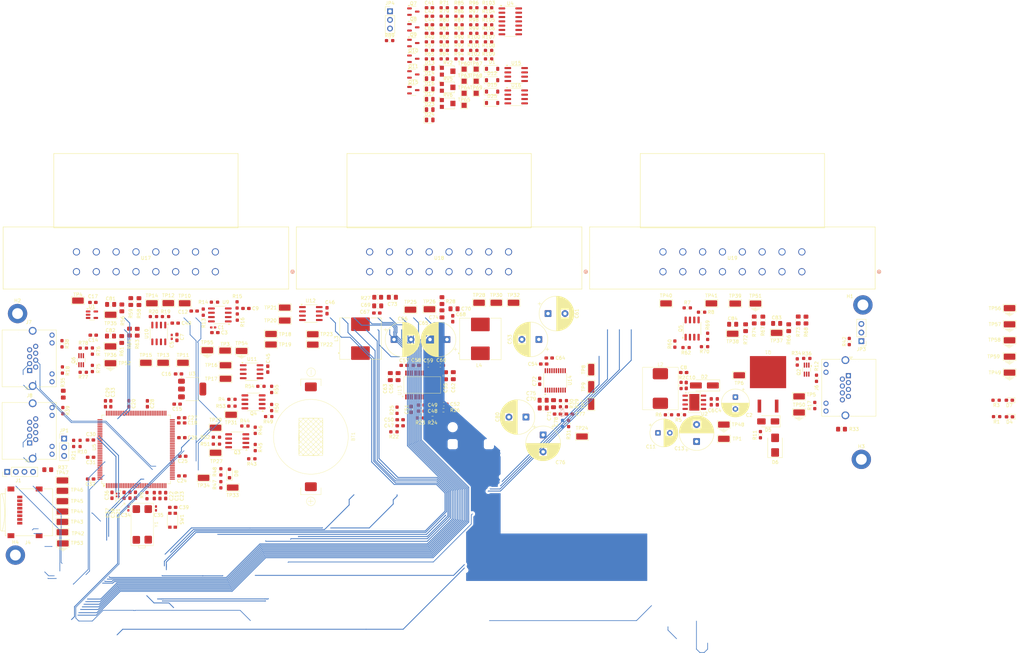
<source format=kicad_pcb>
(kicad_pcb (version 20241229) (generator "pcbnew") (generator_version "9.0")
  (layers (0 "F.Cu" signal) (4 "In1.Cu" signal) (6 "In2.Cu" signal) (8 "In3.Cu" signal) (10 "In4.Cu" signal) (2 "B.Cu" signal) (13 "F.Paste" user) (15 "B.Paste" user) (5 "F.SilkS" user "F.Silkscreen") (7 "B.SilkS" user "B.Silkscreen") (1 "F.Mask" user) (3 "B.Mask" user) (25 "Edge.Cuts" user))
  (net 0 "")
  (net 1 "/STM32-Root/STM32H723ZGT6/VBAT")
  (net 2 "GND")
  (net 3 "Net-(U2-BOOT)")
  (net 4 "Net-(D2-K)")
  (net 5 "Net-(C10-Pad2)")
  (net 6 "+5V")
  (net 7 "+3.3V")
  (net 8 "+4.8V")
  (net 9 "Net-(C18-Pad1)")
  (net 10 "Net-(C33-Pad1)")
  (net 11 "Net-(U5B-PH0-OSC_IN)")
  (net 12 "Net-(C35-Pad1)")
  (net 13 "Net-(U5B-PC14-OSC32_IN)")
  (net 14 "Net-(U5B-PC15-OSC32_OUT)")
  (net 15 "Net-(U5B-NRST)")
  (net 16 "/STM32-Root/STM32H723ZGT6/PC2")
  (net 17 "/STM32-Root/STM32H723ZGT6/PF10")
  (net 18 "/STM32-Root/STM32H723ZGT6/PF8")
  (net 19 "Net-(C47-Pad2)")
  (net 20 "Net-(U13-RINN)")
  (net 21 "Net-(U13-GVDD)")
  (net 22 "Net-(U13-RINP)")
  (net 23 "/STM32-Root/RTD Audio/DAC_OUT")
  (net 24 "Net-(U13-SYNC)")
  (net 25 "Net-(U13-OUTNR)")
  (net 26 "Net-(U13-BSPR)")
  (net 27 "Net-(U13-BSNR)")
  (net 28 "Net-(U13-OUTNL)")
  (net 29 "Net-(U13-BSPL)")
  (net 30 "Net-(U13-BSNL)")
  (net 31 "Net-(U14-LDOO)")
  (net 32 "/Connector-Root/SPEAKER+")
  (net 33 "/Connector-Root/SPEAKER-")
  (net 34 "Net-(U14-VNEG)")
  (net 35 "Net-(U14-CAPP)")
  (net 36 "Net-(U14-CAPM)")
  (net 37 "Net-(C73-Pad1)")
  (net 38 "Net-(C74-Pad2)")
  (net 39 "Net-(C77-Pad2)")
  (net 40 "Net-(C78-Pad2)")
  (net 41 "/STM32-Root/STM32H723ZGT6/PF14")
  (net 42 "/STM32-Root/STM32H723ZGT6/PF15")
  (net 43 "/STM32-Root/STM32H723ZGT6/PG0")
  (net 44 "/STM32-Root/STM32H723ZGT6/PG1")
  (net 45 "Net-(D4-A)")
  (net 46 "Net-(D5-A)")
  (net 47 "Net-(D7-A)")
  (net 48 "/STM32-Root/STM32H723ZGT6/PF13")
  (net 61 "/STM32-Root/STM32H723ZGT6/PA14")
  (net 62 "/STM32-Root/STM32H723ZGT6/PA13")
  (net 63 "Net-(U15A--)")
  (net 64 "/STM32-Root/STM32H723ZGT6/PF1")
  (net 65 "/STM32-Root/STM32H723ZGT6/PF0")
  (net 66 "/STM32-Root/STM32H723ZGT6/PD5")
  (net 67 "/STM32-Root/STM32H723ZGT6/PA0")
  (net 68 "/STM32-Root/STM32H723ZGT6/PG2")
  (net 69 "/STM32-Root/STM32H723ZGT6/PC13")
  (net 70 "/STM32-Root/STM32H723ZGT6/PC12")
  (net 71 "/STM32-Root/STM32H723ZGT6/PD4")
  (net 72 "12V")
  (net 73 "Net-(D1-K)")
  (net 74 "/STM32-Root/STM32H723ZGT6/PG11")
  (net 75 "/STM32-Root/STM32H723ZGT6/PG15")
  (net 76 "Net-(D12-A)")
  (net 77 "/STM32-Root/STM32H723ZGT6/PA15")
  (net 78 "/STM32-Root/STM32H723ZGT6/PG10")
  (net 79 "/STM32-Root/STM32H723ZGT6/PG13")
  (net 80 "/STM32-Root/STM32H723ZGT6/PF2")
  (net 81 "Net-(D13-A)")
  (net 82 "/STM32-Root/STM32H723ZGT6/PG9")
  (net 83 "/STM32-Root/STM32H723ZGT6/PD1")
  (net 84 "/STM32-Root/STM32H723ZGT6/PD7")
  (net 85 "/STM32-Root/STM32H723ZGT6/PB7")
  (net 86 "/STM32-Root/STM32H723ZGT6/PE2")
  (net 87 "/STM32-Root/STM32H723ZGT6/PG3")
  (net 88 "/STM32-Root/STM32H723ZGT6/PA1")
  (net 89 "Net-(D14-A)")
  (net 90 "/STM32-Root/STM32H723ZGT6/PD9")
  (net 91 "/STM32-Root/STM32H723ZGT6/PE3")
  (net 92 "/STM32-Root/STM32H723ZGT6/PD3")
  (net 93 "/STM32-Root/STM32H723ZGT6/PA4")
  (net 94 "/STM32-Root/STM32H723ZGT6/PG12")
  (net 95 "/STM32-Root/STM32H723ZGT6/PE4")
  (net 96 "Net-(D15-A)")
  (net 97 "Net-(D16-A)")
  (net 98 "/STM32-Root/STM32H723ZGT6/PD0")
  (net 99 "/STM32-Root/STM32H723ZGT6/PB0")
  (net 100 "/STM32-Root/STM32H723ZGT6/PC3")
  (net 101 "Net-(D17-A)")
  (net 102 "/STM32-Root/STM32H723ZGT6/PF6")
  (net 103 "Net-(D23-K)")
  (net 104 "/STM32-Root/STM32H723ZGT6/PC11")
  (net 105 "Net-(D23-A)")
  (net 106 "Net-(D24-A)")
  (net 107 "/STM32-Root/STM32H723ZGT6/PC1")
  (net 108 "/STM32-Root/STM32H723ZGT6/PF9")
  (net 109 "/STM32-Root/STM32H723ZGT6/PF7")
  (net 110 "/STM32-Root/STM32H723ZGT6/PC10")
  (net 111 "/STM32-Root/STM32H723ZGT6/PE1")
  (net 112 "Net-(D25-A)")
  (net 113 "/STM32-Root/STM32H723ZGT6/PC0")
  (net 114 "/STM32-Root/STM32H723ZGT6/PD6")
  (net 115 "/STM32-Root/STM32H723ZGT6/PE6")
  (net 116 "/STM32-Root/STM32H723ZGT6/PE5")
  (net 117 "Net-(D25-K)")
  (net 118 "/STM32-Root/STM32H723ZGT6/PD2")
  (net 119 "/STM32-Root/STM32H723ZGT6/PB12")
  (net 120 "/STM32-Root/STM32H723ZGT6/PG8")
  (net 121 "/STM32-Root/STM32H723ZGT6/PA11")
  (net 122 "/STM32-Root/STM32H723ZGT6/PG14")
  (net 123 "/STM32-Root/STM32H723ZGT6/PB8")
  (net 124 "/STM32-Root/STM32H723ZGT6/PA8")
  (net 126 "/STM32-Root/STM32H723ZGT6/PB1")
  (net 127 "/STM32-Root/STM32H723ZGT6/PC6")
  (net 128 "/STM32-Root/STM32H723ZGT6/PD15")
  (net 129 "/STM32-Root/STM32H723ZGT6/PB15")
  (net 130 "/STM32-Root/STM32H723ZGT6/PG5")
  (net 131 "/STM32-Root/STM32H723ZGT6/PE10")
  (net 132 "/STM32-Root/STM32H723ZGT6/PE12")
  (net 133 "/STM32-Root/STM32H723ZGT6/PC9")
  (net 134 "/STM32-Root/STM32H723ZGT6/PE14")
  (net 135 "/STM32-Root/STM32H723ZGT6/PB4")
  (net 136 "/STM32-Root/STM32H723ZGT6/PC8")
  (net 137 "/STM32-Root/STM32H723ZGT6/PF3")
  (net 138 "/STM32-Root/STM32H723ZGT6/PE13")
  (net 139 "/STM32-Root/STM32H723ZGT6/PB14")
  (net 140 "/STM32-Root/STM32H723ZGT6/PE7")
  (net 141 "/STM32-Root/STM32H723ZGT6/PE9")
  (net 142 "/STM32-Root/STM32H723ZGT6/PB9")
  (net 143 "/STM32-Root/STM32H723ZGT6/PB3")
  (net 144 "/STM32-Root/STM32H723ZGT6/PG7")
  (net 145 "/STM32-Root/STM32H723ZGT6/PE8")
  (net 146 "/STM32-Root/STM32H723ZGT6/PB13")
  (net 147 "/STM32-Root/STM32H723ZGT6/PD11")
  (net 148 "/STM32-Root/STM32H723ZGT6/PF12")
  (net 149 "/STM32-Root/STM32H723ZGT6/PF4")
  (net 150 "/STM32-Root/STM32H723ZGT6/PB6")
  (net 151 "Net-(JP4-C)")
  (net 152 "/STM32-Root/STM32H723ZGT6/PC7")
  (net 153 "/STM32-Root/STM32H723ZGT6/PA12")
  (net 154 "/STM32-Root/STM32H723ZGT6/PA2")
  (net 155 "/STM32-Root/STM32H723ZGT6/PB5")
  (net 156 "/STM32-Root/STM32H723ZGT6/PA6")
  (net 157 "/STM32-Root/STM32H723ZGT6/PA10")
  (net 158 "/STM32-Root/STM32H723ZGT6/PB2")
  (net 159 "/STM32-Root/STM32H723ZGT6/PD14")
  (net 160 "/STM32-Root/STM32H723ZGT6/PC5")
  (net 161 "/STM32-Root/STM32H723ZGT6/PC4")
  (net 162 "/STM32-Root/STM32H723ZGT6/PA7")
  (net 163 "/STM32-Root/STM32H723ZGT6/PG4")
  (net 164 "/STM32-Root/STM32H723ZGT6/PF5")
  (net 165 "/STM32-Root/STM32H723ZGT6/PB11")
  (net 166 "/STM32-Root/STM32H723ZGT6/PD13")
  (net 167 "/STM32-Root/STM32H723ZGT6/PE11")
  (net 168 "/STM32-Root/STM32H723ZGT6/PA3")
  (net 169 "/STM32-Root/STM32H723ZGT6/PB10")
  (net 170 "/STM32-Root/STM32H723ZGT6/PD8")
  (net 171 "/STM32-Root/STM32H723ZGT6/PF11")
  (net 172 "/STM32-Root/STM32H723ZGT6/PE0")
  (net 173 "/STM32-Root/STM32H723ZGT6/PG6")
  (net 174 "/STM32-Root/STM32H723ZGT6/PD10")
  (net 175 "/STM32-Root/STM32H723ZGT6/PD12")
  (net 176 "/STM32-Root/STM32H723ZGT6/PA9")
  (net 177 "/STM32-Root/STM32H723ZGT6/PE15")
  (net 178 "/STM32-Root/STM32H723ZGT6/PA5")
  (net 179 "/BRUHbus/CAN1_L")
  (net 180 "/BRUHbus/CAN1_H")
  (net 181 "Net-(J6-POWER_GOOD)")
  (net 182 "/BRUHbus/CAN2_L")
  (net 183 "Net-(J6-CAN_IND)")
  (net 184 "/BRUHbus/CAN2_H")
  (net 185 "Net-(J7-CAN_IND)")
  (net 186 "Net-(J7-POWER_GOOD)")
  (net 187 "Net-(J8-POWER_GOOD)")
  (net 188 "Net-(J8-CAN_IND)")
  (net 189 "Net-(JP1-C)")
  (net 190 "/BSPD-FAULT")
  (net 191 "Net-(Q8-D)")
  (net 193 "Net-(JP3-C)")
  (net 194 "Net-(Q2A-G)")
  (net 195 "Net-(Q3A-G)")
  (net 196 "Net-(Q3B-G)")
  (net 197 "Net-(Q4B-G)")
  (net 198 "/Connector-Root/BSPD_FAULT+")
  (net 199 "Net-(Q4A-G)")
  (net 200 "Net-(Q5B-G)")
  (net 201 "/Connector-Root/BMS_FAULT+")
  (net 202 "/Connector-Root/IMD_FAULT+")
  (net 203 "Net-(Q5A-G)")
  (net 204 "Net-(Q6A-G)")
  (net 205 "Net-(Q6B-G)")
  (net 206 "Net-(U2-VSENSE)")
  (net 207 "Net-(U5B-PH1-OSC_OUT)")
  (net 208 "Net-(U9B-IN2+)")
  (net 209 "/Connector-Root/APPS2-SIG")
  (net 210 "/Connector-Root/APPS1-SIG")
  (net 211 "Net-(U9A-IN1+)")
  (net 212 "Net-(U10A-IN1+)")
  (net 213 "/BSPD-Logic/BSPD-inv")
  (net 214 "Net-(U13-GAIN{slash}SLV)")
  (net 215 "Net-(U13-SD)")
  (net 216 "Net-(U13-MUTE)")
  (net 217 "Net-(U14-OUTR)")
  (net 218 "Net-(U14-OUTL)")
  (net 219 "Net-(Q9-B)")
  (net 220 "/Connector-Root/BMS-FAULT")
  (net 221 "/Connector-Root/BRAKE_LIGHT")
  (net 222 "/Connector-Root/IMD-FAULT")
  (net 223 "/Connector-Root/PRECHARGE_BTN+")
  (net 224 "/Connector-Root/PRECHARGE_BTN-")
  (net 225 "/Connector-Root/RTD_BTN+")
  (net 226 "/Connector-Root/RTD_BTN-")
  (net 227 "/Connector-Root/GEN_BTN2+")
  (net 228 "/Connector-Root/GEN_BTN1-")
  (net 229 "/Connector-Root/GEN_BTN1+")
  (net 230 "/Connector-Root/GEN_BTN2-")
  (net 234 "Net-(Q11-C)")
  (net 235 "Net-(Q10-D)")
  (net 236 "Net-(Q11-B)")
  (net 237 "Net-(U10B-IN2-)")
  (net 243 "/BSE-SIG")
  (net 244 "Net-(R57-Pad1)")
  (net 245 "Net-(U15B-+)")
  (net 246 "Net-(R80-Pad1)")
  (net 247 "Net-(J6-SHIELD)")
  (net 248 "Net-(J7-SHIELD)")
  (net 249 "Net-(J8-SHIELD)")
  (net 250 "+12V")
  (net 252 "Net-(J6-+Vs-Pad4)")
  (net 254 "/Connector-Root/Vin+")
  (net 256 "Net-(R81-Pad1)")
  (net 257 "Net-(R87-Pad1)")
  (net 258 "Net-(R88-Pad2)")
  (net 259 "Net-(U16A--)")
  (net 260 "Net-(R94-Pad1)")
  (net 261 "Net-(R96-Pad1)")
  (net 262 "Net-(R97-Pad1)")
  (net 263 "Net-(R98-Pad1)")
  (net 264 "Net-(U15A-+)")
  (net 265 "Net-(R101-Pad1)")
  (net 266 "Net-(R102-Pad1)")
  (net 267 "Net-(U16A-+)")
  (net 268 "Net-(U16B--)")
  (net 269 "/BSPD-Logic/Isense-thresh")
  (net 270 "/BSPD-Logic/Isense-active")
  (net 273 "/Connector-Root/Isense-active")
  (footprint "Resistor_SMD:R_0603_1608Metric_Pad0.98x0.95mm_HandSolder" (layer "F.Cu") (at 149.0745 86.614 180)
    (property "Reference" "R23")
    (property "Value" "75k")
  )
  (footprint "Diode_SMD:D_SMA" (layer "F.Cu") (at 251.5108 87.634 180)
    (property "Reference" "D5")
    (property "Value" "27Vz")
  )
  (footprint "SMTU2032-C:Untitled" (layer "F.Cu") (at 104.84 92.17 90)
    (property "Reference" "BT1")
    (property "Value" "3.3V CR2032")
  )
  (footprint "TestPoint:TestPoint_Pad_1.5x1.5mm" (layer "F.Cu") (at 161.9725 -12.53)
    (property "Reference" "TP63")
    (property "Value" "~")
  )
  (footprint "Resistor_SMD:R_0603_1608Metric_Pad0.98x0.95mm_HandSolder" (layer "F.Cu") (at 224.028 64.8735 -90)
    (property "Reference" "R60")
    (property "Value" "10k")
  )
  (footprint "TestPoint:TestPoint_Keystone_5015_Micro_Mini" (layer "F.Cu") (at 238.450821 88.578766)
    (property "Reference" "TP48")
    (property "Value" "RH-5015")
  )
  (footprint "Package_TO_SOT_SMD:SOT-223-3_TabPin2" (layer "F.Cu") (at 81.893342 78.105)
    (property "Reference" "U3")
    (property "Value" "AMS1117-3.3")
  )
  (footprint "Resistor_SMD:R_0805_2012Metric_Pad1.20x1.40mm_HandSolder" (layer "F.Cu") (at 61.147978 63.519448 90)
    (property "Reference" "R61")
    (property "Value" "10k")
  )
  (footprint "Resistor_SMD:R_0603_1608Metric_Pad0.98x0.95mm_HandSolder" (layer "F.Cu") (at 169.1725 -29.15)
    (property "Reference" "R105")
    (property "Value" "100k")
  )
  (footprint "Resistor_SMD:R_0603_1608Metric_Pad0.98x0.95mm_HandSolder" (layer "F.Cu") (at 156.1225 -31.66)
    (property "Reference" "R79")
    (property "Value" "510")
  )
  (footprint "MountingHole:MountingHole_3.2mm_M3_ISO7380_Pad_TopBottom" (layer "F.Cu") (at 279.4 53.34)
    (property "Reference" "H1")
    (property "Value" "M3_Hole")
  )
  (footprint "Resistor_SMD:R_0603_1608Metric_Pad0.98x0.95mm_HandSolder" (layer "F.Cu") (at 104.429848 86.213)
    (property "Reference" "R49")
    (property "Value" "10k")
  )
  (footprint "TestPoint:TestPoint_Keystone_5015_Micro_Mini" (layer "F.Cu") (at 43.815 123.564)
    (property "Reference" "TP53")
    (property "Value" "RH-5015")
  )
  (footprint "Capacitor_SMD:C_0805_2012Metric_Pad1.18x1.45mm_HandSolder" (layer "F.Cu") (at 57.888421 53.182339)
    (property "Reference" "C81")
    (property "Value" "100n")
  )
  (footprint "Resistor_SMD:R_0805_2012Metric_Pad1.20x1.40mm_HandSolder" (layer "F.Cu") (at 244.856 60.0475 90)
    (property "Reference" "R72")
    (property "Value" "10k")
  )
  (footprint "Capacitor_SMD:C_0603_1608Metric_Pad1.08x0.95mm_HandSolder" (layer "F.Cu") (at 154.974677 71.144001 180)
    (property "Reference" "C60")
    (property "Value" "220n")
  )
  (footprint "Connector_RJ:RJ45_Amphenol_RJHSE538X" (layer "F.Cu") (at 34.04 93.992 90)
    (property "Reference" "J8")
    (property "Value" "BRUHBus")
  )
  (footprint "Package_TO_SOT_SMD:SOT-23-3" (layer "F.Cu") (at 147.0225 -14.525)
    (property "Reference" "Q11")
    (property "Value" "MMBT3904L RFG")
  )
  (footprint "Capacitor_SMD:C_0805_2012Metric_Pad1.18x1.45mm_HandSolder" (layer "F.Cu") (at 188.295677 82.423 -90)
    (property "Reference" "C71")
    (property "Value" "2.2u")
  )
  (footprint "Capacitor_SMD:C_0805_2012Metric_Pad1.18x1.45mm_HandSolder" (layer "F.Cu") (at 136.525 53.618001)
    (property "Reference" "C69")
    (property "Value" "1.0n")
  )
  (footprint "TestPoint:TestPoint_Keystone_5015_Micro_Mini" (layer "F.Cu") (at 79.689978 52.851448)
    (property "Reference" "TP10")
    (property "Value" "RH-5015")
  )
  (footprint "Resistor_SMD:R_0603_1608Metric_Pad0.98x0.95mm_HandSolder" (layer "F.Cu") (at 90.341 102.4835 90)
    (property "Reference" "R48")
    (property "Value" "1.0k")
  )
  (footprint "Resistor_SMD:R_0805_2012Metric_Pad1.20x1.40mm_HandSolder" (layer "F.Cu") (at 63.433978 61.344448 90)
    (property "Reference" "R64")
    (property "Value" "0")
  )
  (footprint "TestPoint:TestPoint_Keystone_5015_Micro_Mini" (layer "F.Cu") (at 322.58 59.055)
    (property "Reference" "TP57")
    (property "Value" "RH-5015")
  )
  (footprint "Resistor_SMD:R_0805_2012Metric_Pad1.20x1.40mm_HandSolder" (layer "F.Cu") (at 66.227978 52.359448 90)
    (property "Reference" "R58")
    (property "Value" "0")
  )
  (footprint "TPA3116D2QDADRQ1:Untitled" (layer "F.Cu") (at 143.489 76.906 90)
    (property "Reference" "U13")
    (property "Value" "TPA3116D2QDADRQ1")
  )
  (footprint "Capacitor_SMD:C_0603_1608Metric_Pad1.08x0.95mm_HandSolder" (layer "F.Cu") (at 78.867 92.424001 180)
    (property "Reference" "C26")
    (property "Value" "100n")
  )
  (footprint "Package_TO_SOT_SMD:SOT-23-3" (layer "F.Cu") (at 147.0225 -9.9)
    (property "Reference" "Q15")
    (property "Value" "SI2318CDS-T1-GE3")
  )
  (footprint "TestPoint:TestPoint_Keystone_5015_Micro_Mini" (layer "F.Cu") (at 322.58 54.282)
    (property "Reference" "TP56")
    (property "Value" "RH-5015")
  )
  (footprint "Resistor_SMD:R_0603_1608Metric_Pad0.98x0.95mm_HandSolder" (layer "F.Cu") (at 169.1725 -19.11)
    (property "Reference" "R109")
    (property "Value" "510")
  )
  (footprint "Capacitor_SMD:C_0805_2012Metric_Pad1.18x1.45mm_HandSolder" (layer "F.Cu") (at 241.046 59.0315)
    (property "Reference" "C84")
    (property "Value" "100n")
  )
  (footprint "Resistor_SMD:R_0603_1608Metric_Pad0.98x0.95mm_HandSolder" (layer "F.Cu") (at 169.1725 -26.64)
    (property "Reference" "R106")
    (property "Value" "100k")
  )
  (footprint "Capacitor_SMD:C_0603_1608Metric_Pad1.08x0.95mm_HandSolder" (layer "F.Cu") (at 68.707 82.4484 -90)
    (property "Reference" "C28")
    (property "Value" "100n")
  )
  (footprint "Capacitor_SMD:C_0603_1608Metric_Pad1.08x0.95mm_HandSolder" (layer "F.Cu") (at 151.7725 -31.66)
    (property "Reference" "C42")
    (property "Value" "100nF")
  )
  (footprint "TestPoint:TestPoint_Keystone_5015_Micro_Mini" (layer "F.Cu") (at 171.45 52.705)
    (property "Reference" "TP30")
    (property "Value" "RH-5015")
  )
  (footprint "Resistor_SMD:R_0603_1608Metric_Pad0.98x0.95mm_HandSolder" (layer "F.Cu") (at 43.561 64.776 -90)
    (property "Reference" "R38")
    (property "Value" "2.4k")
  )
  (footprint "TestPoint:TestPoint_Pad_1.5x1.5mm" (layer "F.Cu") (at 165.5225 -16.08)
    (property "Reference" "TP67")
    (property "Value" "~")
  )
  (footprint "Connector_RJ:RJ45_Amphenol_RJHSE538X" (layer "F.Cu") (at 34.036 72.65 90)
    (property "Reference" "J7")
    (property "Value" "BRUHBus")
  )
  (footprint "Capacitor_THT:CP_Radial_D10.0mm_P5.00mm" (layer "F.Cu") (at 156.926677 63.524001 180)
    (property "Reference" "C65")
    (property "Value" "220u")
  )
  (footprint "Package_SO:TSSOP-20_4.4x6.5mm_P0.65mm" (layer "F.Cu") (at 188.803677 75.565 90)
    (property "Reference" "U14")
    (property "Value" "PCM5102APWR")
  )
  (footprint "Resistor_SMD:R_0805_2012Metric_Pad1.20x1.40mm_HandSolder" (layer "F.Cu") (at 43.942 79.619 90)
    (property "Reference" "R35")
    (property "Value" "0")
  )
  (footprint "Resistor_SMD:R_0805_2012Metric_Pad1.20x1.40mm_HandSolder" (layer "F.Cu") (at 249.936 57.7885 90)
    (property "Reference" "R67")
    (property "Value" "0")
  )
  (footprint "Resistor_SMD:R_0603_1608Metric_Pad0.98x0.95mm_HandSolder" (layer "F.Cu") (at 227.33 65.8895)
    (property "Reference" "R62")
    (property "Value" "100")
  )
  (footprint "20pinMX150Header:CONN_SD-19427-025_MOL" (layer "F.Cu") (at 261.4168 43.561)
    (property "Reference" "U19")
    (property "Value" "~")
  )
  (footprint "Capacitor_THT:CP_Radial_D8.0mm_P3.50mm" (layer "F.Cu") (at 219.0548 91.02)
    (property "Reference" "C11")
    (property "Value" "100u")
  )
  (footprint "TestPoint:TestPoint_Keystone_5015_Micro_Mini" (layer "F.Cu") (at 109.155 54.1274)
    (property "Reference" "TP21")
    (property "Value" "RH-5015")
  )
  (footprint "Capacitor_THT:CP_Radial_D8.0mm_P3.50mm" (layer "F.Cu") (at 241.8588 80.477349 -90)
    (property "Reference" "C2")
    (property "Value" "100u")
  )
  (footprint "Button_Switch_SMD:SW_Push_1P1T_NO_CK_KMR2" (layer "F.Cu") (at 76.126299 116.7403 90)
    (property "Reference" "SW1")
    (property "Value" "SW_Push")
  )
  (footprint "TestPoint:TestPoint_Keystone_5015_Micro_Mini" (layer "F.Cu") (at 91.711974 75.089762)
    (property "Reference" "TP17")
    (property "Value" "RH-5015")
  )
  (footprint "Capacitor_SMD:C_0603_1608Metric_Pad1.08x0.95mm_HandSolder" (layer "F.Cu") (at 63.5762 109.3713 -90)
    (property "Reference" "C38")
    (property "Value" "1u")
  )
  (footprint "TestPoint:TestPoint_Keystone_5015_Micro_Mini" (layer "F.Cu") (at 254 61.5715)
    (property "Reference" "TP37")
    (property "Value" "RH-5015")
  )
  (footprint "Resistor_SMD:R_0603_1608Metric_Pad0.98x0.95mm_HandSolder" (layer "F.Cu") (at 52.511978 66.924948 90)
    (property "Reference" "R76")
    (property "Value" "10k")
  )
  (footprint "Resistor_SMD:R_0603_1608Metric_Pad0.98x0.95mm_HandSolder" (layer "F.Cu") (at 93.611348 83.149255 180)
    (property "Reference" "R53")
    (property "Value" "10k")
  )
  (footprint "TestPoint:TestPoint_Keystone_5015_Micro_Mini" (layer "F.Cu") (at 260.604 80.268)
    (property "Reference" "TP5")
    (property "Value" "RH-5015")
  )
  (footprint "TestPoint:TestPoint_Keystone_5015_Micro_Mini" (layer "F.Cu") (at 322.58 68.58)
    (property "Reference" "TP59")
    (property "Value" "RH-5015")
  )
  (footprint "Resistor_SMD:R_0603_1608Metric_Pad0.98x0.95mm_HandSolder" (layer "F.Cu") (at 169.1725 -34.17)
    (property "Reference" "R103")
    (property "Value" "510")
  )
  (footprint "TestPoint:TestPoint_Keystone_5015_Micro_Mini" (layer "F.Cu") (at 105.1033 64.9986)
    (property "Reference" "TP19")
    (property "Value" "RH-5015")
  )
  (footprint "Resistor_SMD:R_0603_1608Metric_Pad0.98x0.95mm_HandSolder" (layer "F.Cu") (at 90.341 106.2935 -90)
    (property "Reference" "R47")
    (property "Value" "6.2k")
  )
  (footprint "Resistor_SMD:R_0603_1608Metric_Pad0.98x0.95mm_HandSolder" (layer "F.Cu") (at 156.1225 -21.62)
    (property "Reference" "R83")
    (property "Value" "51")
  )
  (footprint "Diode_SMD:D_SOD-123" (layer "F.Cu") (at 170.2175 -16.18)
    (property "Reference" "D1")
    (property "Value" "BZT52C16")
  )
  (footprint "Diode_SMD:D_SMB" (layer "F.Cu") (at 253.5428 94.628 90)
    (property "Reference" "D6")
    (property "Value" "SMBJ30CA")
  )
  (footprint "Connector_PinHeader_2.54mm:PinHeader_1x03_P2.54mm_Vertical" (layer "F.Cu") (at 278.9428 64.012 180)
    (property "Reference" "JP3")
    (property "Value" "Jumper_3_Open")
  )
  (footprint "Capacitor_SMD:C_0402_1005Metric_Pad0.74x0.62mm_HandSolder" (layer "F.Cu") (at 63.109799 113.2618 -90)
    (property "Reference" "C34")
    (property "Value" "22p")
  )
  (footprint "Inductor_SMD:L_Coilcraft_MSS1260-XXX" (layer "F.Cu") (at 131.445 63.270001 90)
    (property "Reference" "L3")
    (property "Value" "10u")
  )
  (footprint "Resistor_SMD:R_0603_1608Metric_Pad0.98x0.95mm_HandSolder" (layer "F.Cu") (at 160.4725 -26.64)
    (property "Reference" "R88")
    (property "Value" "100k")
  )
  (footprint "Potentiometer_SMD:Potentiometer_Bourns_TC33X_Vertical" (layer "F.Cu") (at 157.2225 -10.73)
    (property "Reference" "RV5")
    (property "Value" "100k")
  )
  (footprint "TestPoint:TestPoint_Keystone_5015_Micro_Mini" (layer "F.Cu") (at 241.799389 52.9355)
    (property "Reference" "TP39")
    (property "Value" "RH-5015")
  )
  (footprint "Resistor_SMD:R_0603_1608Metric_Pad0.98x0.95mm_HandSolder" (layer "F.Cu") (at 100.469348 90.261255 -90)
    (property "Reference" "R46")
    (property "Value" "100")
  )
  (footprint "TestPoint:TestPoint_Keystone_5015_Micro_Mini" (layer "F.Cu") (at 241.046 61.8255)
    (property "Reference" "TP38")
    (property "Value" "RH-5015")
  )
  (footprint "Capacitor_SMD:C_0603_1608Metric_Pad1.08x0.95mm_HandSolder" (layer "F.Cu") (at 74.0918 109.4729 90)
    (property "Reference" "C23")
    (property "Value" "100n")
  )
  (footprint "Capacitor_SMD:C_0603_1608Metric_Pad1.08x0.95mm_HandSolder" (layer "F.Cu") (at 77.8775 73.66 180)
    (property "Reference" "C16")
    (property "Value" "10u")
  )
  (footprint "Resistor_SMD:R_0603_1608Metric_Pad0.98x0.95mm_HandSolder" (layer "F.Cu") (at 160.4725 -19.11)
    (property "Reference" "R94")
    (property "Value" "10k")
  )
  (footprint "TestPoint:TestPoint_Keystone_5015_Micro_Mini" (layer "F.Cu") (at 79.181978 70.377448)
    (property "Reference" "TP11")
    (property "Value" "RH-5015")
  )
  (footprint "Resistor_SMD:R_0603_1608Metric_Pad0.98x0.95mm_HandSolder" (layer "F.Cu") (at 88.464178 52.521248 180)
    (property "Reference" "R14")
    (property "Value" "47k")
  )
  (footprint "Resistor_SMD:R_0603_1608Metric_Pad0.98x0.95mm_HandSolder" (layer "F.Cu") (at 160.4725 -24.13)
    (property "Reference" "R90")
    (property "Value" "100k")
  )
  (footprint "Capacitor_SMD:C_0603_1608Metric_Pad1.08x0.95mm_HandSolder" (layer "F.Cu") (at 51.943 93.1164)
    (property "Reference" "C30")
    (property "Value" "100n")
  )
  (footprint "Capacitor_SMD:C_0603_1608Metric_Pad1.08x0.95mm_HandSolder" (layer "F.Cu") (at 147.862677 71.144001 180)
    (property "Reference" "C58")
    (property "Value" "220n")
  )
  (footprint "TestPoint:TestPoint_Keystone_5015_Micro_Mini" (layer "F.Cu") (at 88.785348 96.865255 180)
    (property "Reference" "TP27")
    (property "Value" "RH-5015")
  )
  (footprint "Package_SO:SOP-8_3.76x4.96mm_P1.27mm" (layer "F.Cu") (at 95.167 93.3395 180)
    (property "Reference" "Q3")
    (property "Value" "SP8K80TB1")
  )
  (footprint "Resistor_SMD:R_0805_2012Metric_Pad1.20x1.40mm_HandSolder" (layer "F.Cu") (at 262.636 57.7935 90)
    (property "Reference" "R68")
    (property "Value" "0")
  )
  (footprint "Resistor_SMD:R_0603_1608Metric_Pad0.98x0.95mm_HandSolder" (layer "F.Cu") (at 164.8225 -21.62)
    (property "Reference" "R101")
    (property "Value" "100k")
  )
  (footprint "Resistor_SMD:R_0603_1608Metric_Pad0.98x0.95mm_HandSolder" (layer "F.Cu") (at 164.8225 -29.15)
    (property "Reference" "R98")
    (property "Value" "3M")
  )
  (footprint "Potentiometer_SMD:Potentiometer_Bourns_TC33X_Vertical" (layer "F.Cu") (at 157.2225 -15.48)
    (property "Reference" "RV2")
    (property "Value" "100k")
  )
  (footprint "Capacitor_SMD:C_0603_1608Metric_Pad1.08x0.95mm_HandSolder" (layer "F.Cu") (at 63.2206 82.4295 -90)
    (property "Reference" "C20")
    (property "Value" "100n")
  )
  (footprint "TestPoint:TestPoint_Keystone_5015_Micro_Mini" (layer "F.Cu") (at 70.037978 52.851448)
    (property "Reference" "TP14")
    (property "Value" "RH-5015")
  )
  (footprint "Resistor_SMD:R_0603_1608Metric_Pad0.98x0.95mm_HandSolder" (layer "F.Cu") (at 156.1225 -24.13)
    (property "Reference" "R82")
    (property "Value" "0")
  )
  (footprint "TestPoint:TestPoint_Keystone_5015_Micro_Mini" (layer "F.Cu") (at 93.357348 85.689255 180)
    (property "Reference" "TP31")
    (property "Value" "RH-5015")
  )
  (footprint "Resistor_SMD:R_0603_1608Metric_Pad0.98x0.95mm_HandSolder" (layer "F.Cu") (at 93.604499 81.133 180)
    (property "Reference" "R4")
    (property "Value" "2.4k")
  )
  (footprint "LED_SMD:LED_0603_1608Metric_Pad1.05x0.95mm_HandSolder" (layer "F.Cu") (at 322.514146 81.403951 180)
    (property "Reference" "D7")
    (property "Value" "BLUE LED")
  )
  (footprint "TestPoint:TestPoint_Keystone_5015_Micro_Mini" (layer "F.Cu") (at 151.765 54.61)
    (property "Reference" "TP26")
    (property "Value" "RH-5015")
  )
  (footprint "Resistor_SMD:R_0603_1608Metric_Pad0.98x0.95mm_HandSolder" (layer "F.Cu") (at 164.8225 -26.64)
    (property "Reference" "R99")
    (property "Value" "30k")
  )
  (footprint "TestPoint:TestPoint_Keystone_5015_Micro_Mini" (layer "F.Cu") (at 86.36 66.675)
    (property "Reference" "TP55")
    (property "Value" "RH-5015")
  )
  (footprint "TestPoint:TestPoint_Keystone_5015_Micro_Mini" (layer "F.Cu") (at 117.41 65.024)
    (property "Reference" "TP22")
    (property "Value" "RH-5015")
  )
  (footprint "TPS5430DDAR:Untitled" (layer "F.Cu") (at 229.7608 78.358)
    (property "Reference" "U2")
    (property "Value" "TPS5430")
  )
  (footprint "Capacitor_SMD:C_0402_1005Metric_Pad0.74x0.62mm_HandSolder" (layer "F.Cu") (at 75.879978 62.757448 90)
    (property "Reference" "C5")
    (property "Value" "22n")
  )
  (footprint "Capacitor_THT:CP_Radial_D10.0mm_P5.00mm" (layer "F.Cu") (at 141.338677 63.524001)
    (property "Reference" "C66")
    (property "Value" "220u")
  )
  (footprint "TestPoint:TestPoint_Keystone_5015_Micro_Mini" (layer "F.Cu") (at 146.177 54.737)
    (property "Reference" "TP25")
    (property "Value" "RH-5015")
  )
  (footprint "Capacitor_SMD:C_0603_1608Metric_Pad1.08x0.95mm_HandSolder" (layer "F.Cu") (at 58.283799 109.3923 90)
    (property "Reference" "C36")
    (property "Value" "3.9p")
  )
  (footprint "Diode_SMD:D_SMA_Handsoldering" (layer "F.Cu") (at 232.7148 77.05 180)
    (property "Reference" "D2")
    (property "Value" "B340LA-13-F")
  )
  (footprint "Capacitor_SMD:C_0603_1608Metric_Pad1.08x0.95mm_HandSolder" (layer "F.Cu") (at 52.665478 52.597448 180)
    (property "Reference" "C17")
    (property "Value" "1u")
  )
  (footprint "Capacitor_SMD:C_0603_1608Metric_Pad1.08x0.95mm_HandSolder" (layer "F.Cu") (at 77.403978 62.910948 90)
    (property "Reference" "C7")
    (property "Value" "100n")
  )
  (footprint "Resistor_SMD:R_0603_1608Metric_Pad0.98x0.95mm_HandSolder" (layer "F.Cu") (at 192.105677 82.423 -90)
    (property "Reference" "R29")
    (property "Value" "470")
  )
  (footprint "Capacitor_SMD:C_0805_2012Metric_Pad1.18x1.45mm_HandSolder" (layer "F.Cu") (at 57.845978 62.503448)
    (property "Reference" "C82")
    (property "Value" "100n")
  )
  (footprint "TestPoint:TestPoint_Keystone_5015_Micro_Mini" (layer "F.Cu") (at 43.688 105.029)
    (property "Reference" "TP47")
    (property "Value" "RH-5015")
  )
  (footprint "Package_TO_SOT_SMD:SOT-23-3" (layer "F.Cu") (at 147.0225 -19.15)
    (property "Reference" "Q10")
    (property "Value" "SI2347DS-T1-GE3")
  )
  (footprint "Resistor_SMD:R_0603_1608Metric_Pad0.98x0.95mm_HandSolder" (layer "F.Cu") (at 95.118978 53.335948 90)
    (property "Reference" "R15")
    (property "Value" "22k")
  )
  (footprint "Connector_PinHeader_2.54mm:PinHeader_1x03_P2.54mm_Vertical" (layer "F.Cu") (at 140.1525 -33.13)
    (property "Reference" "JP4")
    (property "Value" "Jumper_3_Open")
  )
  (footprint "Capacitor_SMD:C_0603_1608Metric_Pad1.08x0.95mm_HandSolder" (layer "F.Cu") (at 236.5248 81.876 -90)
    (property "Reference" "C4")
    (property "Value" "10u")
  )
  (footprint "TestPoint:TestPoint_Keystone_5015_Micro_Mini" (layer "F.Cu") (at 166.37 52.705)
    (property "Reference" "TP28")
    (property "Value" "RH-5015")
  )
  (footprint "TestPoint:TestPoint_Keystone_5015_Micro_Mini" (layer "F.Cu") (at 48.26 52.07)
    (property "Reference" "TP4")
    (property "Value" "RH-5015")
  )
  (footprint "Capacitor_SMD:C_0603_1608Metric_Pad1.08x0.95mm_HandSolder" (layer "F.Cu") (at 151.7725 -29.15)
    (property "Reference" "C44")
    (property "Value" "100nF")
  )
  (footprint "Connector_PinHeader_2.54mm:PinHeader_1x03_P2.54mm_Vertical" (layer "F.Cu") (at 44.201499 92.71)
    (property "Reference" "JP1")
    (property "Value" "Jumper_3_Open")
  )
  (footprint "Capacitor_SMD:C_0603_1608Metric_Pad1.08x0.95mm_HandSolder" (layer "F.Cu") (at 97.723978 54.375448)
    (property "Reference" "C9")
    (property "Value" "47n")
  )
  (footprint "Resistor_SMD:R_0603_1608Metric_Pad0.98x0.95mm_HandSolder" (layer "F.Cu") (at 225.8568 77.05 -90)
    (property "Reference" "R2")
    (property "Value" "56")
  )
  (footprint "Resistor_SMD:R_0603_1608Metric_Pad0.98x0.95mm_HandSolder" (layer "F.Cu") (at 141.309177 90.702001 180)
    (property "Reference" "R22")
    (property "Value" "3.3")
  )
  (footprint "Connector_PinHeader_2.54mm:PinHeader_1x04_P2.54mm_Vertical" (layer "F.Cu") (at 27.432 102.489 90)
    (property "Reference" "J1")
    (property "Value" "Conn_01x04")
  )
  (footprint "ECS-160-18-28X-AEN-TR:Untitled" (layer "F.Cu") (at 72.951799 117.9563 -90)
    (property "Reference" "Y1")
    (property "Value" "16 MHz")
  )
  (footprint "LED_SMD:LED_0805_2012Metric" (layer "F.Cu") (at 151.8425 -16.335)
    (property "Reference" "D13")
    (property "Value" "Red")
  )
  (footprint "Capacitor_THT:CP_Radial_D10.0mm_P5.00mm" (layer "F.Cu") (at 183.977677 63.5 180)
    (property "Reference" "C53")
    (property "Value" "10u")
  )
  (footprint "TestPoint:TestPoint_Keystone_5015_Micro_Mini" (layer "F.Cu") (at 43.688 111.125)
    (property "Reference" "TP45")
    (property "Value" "RH-5015")
  )
  (footprint "Resistor_SMD:R_0603_1608Metric_Pad0.98x0.95mm_HandSolder" (layer "F.Cu") (at 142.221677 84.352001 -90)
    (property "Reference" "R25")
    (property "Value" "100k")
  )
  (footprint "Capacitor_SMD:C_0603_1608Metric_Pad1.08x0.95mm_HandSolder" (layer "F.Cu") (at 52.765978 62.249448 180)
    (property "Reference" "C14")
    (property "Value" "1u")
  )
  (footprint "Resistor_SMD:R_0805_2012Metric_Pad1.20x1.40mm_HandSolder" (layer "F.Cu") (at 260.35 57.7615 90)
    (property "Reference" "R73")
    (property "Value" "0")
  )
  (footprint "Resistor_SMD:R_0603_1608Metric_Pad0.98x0.95mm_HandSolder" (layer "F.Cu") (at 318.77 86.233 180)
    (property "Reference" "R1")
    (property "Value" "1.0k")
  )
  (footprint "Resistor_SMD:R_0603_1608Metric_Pad0.98x0.95mm_HandSolder" (layer "F.Cu") (at 151.7725 -21.62)
    (property "Reference" "R57")
    (property "Value" "100k")
  )
  (footprint "Resistor_SMD:R_0805_2012Metric_Pad1.20x1.40mm_HandSolder" (layer "F.Cu") (at 39.37 101.854 180)
    (property "Reference" "R37")
    (property "Value" "0")
  )
  (footprint "TestPoint:TestPoint_Keystone_5015_Micro_Mini" (layer "F.Cu") (at 322.58 63.754)
    (property "Reference" "TP58")
    (property "Value" "RH-5015")
  )
  (footprint "Capacitor_SMD:C_0603_1608Metric_Pad1.08x0.95mm_HandSolder" (layer "F.Cu") (at 146.338677 84.098001 90)
    (property "Reference" "C51")
    (property "Value" "10u")
  )
  (footprint "Capacitor_SMD:C_0402_1005Metric_Pad0.74x0.62mm_HandSolder" (layer "F.Cu") (at 88.071978 59.963448)
    (property "Reference" "C1")
    (property "Value" "22n")
  )
  (footprint "Capacitor_SMD:C_0603_1608Metric_Pad1.08x0.95mm_HandSolder" (layer "F.Cu") (at 144.306677 71.144001)
    (property "Reference" "C57")
    (property "Value" "220n")
  )
  (footprint "Resistor_SMD:R_0603_1608Metric_Pad0.98x0.95mm_HandSolder" (layer "F.Cu") (at 49.844978 66.059448 180)
    (property "Reference" "R78")
    (property "Value" "100")
  )
  (footprint "Potentiometer_SMD:Potentiometer_Bourns_TC33X_Vertical" (layer "F.Cu") (at 157.2225 -5.98)
    (property "Reference" "RV6")
    (property "Value" "100k")
  )
  (footprint "Resistor_SMD:R_0603_1608Metric_Pad0.98x0.95mm_HandSolder" (layer "F.Cu") (at 151.7725 -24.13)
    (property "Reference" "R40")
    (property "Value" "100")
  )
  (footprint "Capacitor_SMD:C_0603_1608Metric_Pad1.08x0.95mm_HandSolder" (layer "F.Cu") (at 192.968177 85.471 180)
    (property "Reference" "C77")
    (property "Value" "2.2n")
  )
  (footprint "Capacitor_SMD:C_0603_1608Metric_Pad1.08x0.95mm_HandSolder" (layer "F.Cu") (at 79.126499 97.897 180)
    (property "Reference" "C25")
    (property "Value" "100n")
  )
  (footprint "Diode_SMD:D_SOD-123" (layer "F.Cu") (at 170.2175 -6.13)
    (property "Reference" "D25")
    (property "Value" "BZT52C16")
  )
  (footprint "Resistor_SMD:R_0603_1608Metric_Pad0.98x0.95mm_HandSolder" (layer "F.Cu") (at 222.1503 85.686 180)
    (property "Reference" "R5")
    (property "Value" "10k")
  )
  (footprint "Diode_SMD:D_SOD-323_HandSoldering" (layer "F.Cu") (at 92.881 102.9715 90)
    (property "Reference" "D8")
    (property "Value" "MM3Z3V3T1G")
  )
  (footprint "Capacitor_SMD:C_0603_1608Metric_Pad1.08x0.95mm_HandSolder" (layer "F.Cu") (at 143.137177 87.146001)
    (property "Reference" "C50")
    (property "Value" "10n")
  )
  (footprint "TestPoint:TestPoint_Keystone_5015_Micro_Mini" (layer "F.Cu") (at 260.604 85.013)
    (property "Reference" "TP50")
    (property "Value" "RH-5015")
  )
  (footprint "Package_TO_SOT_SMD:SOT-363_SC-70-6_Handsoldering" (layer "F.Cu") (at 262.8271 72.3886 -90)
    (property "Reference" "Q2")
    (property "Value" "BSD235NH6327XT")
  )
  (footprint "Resistor_SMD:R_0603_1608Metric_Pad0.98x0.95mm_HandSolder" (layer "F.Cu") (at 74.051178 56.763048)
    (property "Reference" "R19")
    (property "Value" "22k")
  )
  (footprint "Capacitor_SMD:C_0805_2012Metric_Pad1.18x1.45mm_HandSolder" (layer "F.Cu") (at 254 58.7775)
    (property "Reference" "C83")
    (property "Value" "100n")
  )
  (footprint "Resistor_SMD:R_0603_1608Metric_Pad0.98x0.95mm_HandSolder" (layer "F.Cu") (at 164.8225 -34.17)
    (property "Reference" "R96")
    (property "Value" "10k")
  )
  (footprint "Package_SO:SOP-8_3.76x4.96mm_P1.27mm" (layer "F.Cu") (at 99.961348 81.879255 180)
    (property "Reference" "Q4")
    (property "Value" "SP8K80TB1")
  )
  (footprint "Package_TO_SOT_SMD:SOT-23-3" (layer "F.Cu") (at 147.0225 -28.4)
    (property "Reference" "Q8")
    (property "Value" "SI2347DS-T1-GE3")
  )
  (footprint "Resistor_SMD:R_0603_1608Metric_Pad0.98x0.95mm_HandSolder" (layer "F.Cu") (at 156.1225 -29.15)
    (property "Reference" "R80")
    (property "Value" "0")
  )
  (footprint "Resistor_SMD:R_0603_1608Metric_Pad0.98x0.95mm_HandSolder" (layer "F.Cu") (at 190.327677 82.423 -90)
    (property "Reference" "R30")
    (property "Value" "470")
  )
  (footprint "HCM1A1104-150-R:Untitled" (layer "F.Cu") (at 219.7608 70.1)
    (property "Reference" "L2")
    (property "Value" "15u")
  )
  (footprint "Resistor_SMD:R_0603_1608Metric_Pad0.98x0.95mm_HandSolder" (layer "F.Cu") (at 262.8646 69.092)
    (property "Reference" "R36")
    (property "Value" "100")
  )
  (footprint "Resistor_SMD:R_0603_1608Metric_Pad0.98x0.95mm_HandSolder" (layer "F.Cu") (at 160.4725 -34.17)
    (property "Reference" "R85")
    (property "Value" "510")
  )
  (footprint "Capacitor_SMD:C_0603_1608Metric_Pad1.08x0.95mm_HandSolder" (layer "F.Cu") (at 51.9938 104.5972)
    (property "Reference" "C32")
    (property "Value" "100n")
  )
  (footprint "Resistor_SMD:R_0603_1608Metric_Pad0.98x0.95mm_HandSolder" (layer "F.Cu") (at 70.495178 56.763048)
    (property "Reference" "R20")
    (property "Value" "47k")
  )
  (footprint "Resistor_SMD:R_0603_1608Metric_Pad0.98x0.95mm_HandSolder" (layer "F.Cu") (at 85.162178 55.465748 -90)
    (property "Reference" "R13")
    (property "Value" "22k")
  )
  (footprint "Resistor_SMD:R_0603_1608Metric_Pad0.98x0.95mm_HandSolder" (layer "F.Cu") (at 160.4725 -21.62)
    (property "Reference" "R92")
    (property "Value" "1k")
  )
  (footprint "Resistor_SMD:R_0603_1608Metric_Pad0.98x0.95mm_HandSolder" (layer "F.Cu") (at 89.039348 94.325255 180)
    (property "Reference" "R51")
    (property "Value" "10k")
  )
  (footprint "20pinMX150Header:CONN_SD-19427-025_MOL" (layer "F.Cu") (at 175.0568 43.561)
    (property "Reference" "U18")
    (property "Value" "~")
  )
  (footprint "Capacitor_SMD:C_0603_1608Metric_Pad1.08x0.95mm_HandSolder" (layer "F.Cu") (at 51.9938 98.1964)
    (property "Reference" "C31")
    (property "Value" "100n")
  )
  (footprint "TestPoint:TestPoint_Keystone_5015_Micro_Mini" (layer "F.Cu") (at 221.428589 52.8847)
    (property "Reference" "TP40")
    (property "Value" "RH-5015")
  )
  (footprint "TestPoint:TestPoint_Keystone_5015_Micro_Mini" (layer "F.Cu") (at 57.845978 70.504448)
    (property "Reference" "TP52")
    (property "Value" "RH-5015")
  )
  (footprint "Capacitor_SMD:C_0805_2012Metric_Pad1.18x1.45mm_HandSolder" (layer "F.Cu") (at 155.448 55.97475 90)
    (property "Reference" "C74")
    (property "Value" "10n")
  )
  (footprint "TestPoint:TestPoint_Keystone_5015_Micro_Mini" (layer "F.Cu") (at 242.9764 74.0592)
    (property "Reference" "TP6")
    (property "Value" "RH-5015")
  )
  (footprint "Capacitor_SMD:C_0603_1608Metric_Pad1.08x0.95mm_HandSolder" (layer "F.Cu") (at 234.7468 81.876 -90)
    (property "Reference" "C6")
    (property "Value" "10u")
  )
  (footprint "Resistor_SMD:R_0603_1608Metric_Pad0.98x0.95mm_HandSolder" (layer "F.Cu") (at 164.8225 -24.13)
    (property "Reference" "R100")
    (property "Value" "120k")
  )
  (footprint "Resistor_SMD:R_0603_1608Metric_Pad0.98x0.95mm_HandSolder" (layer "F.Cu") (at 275.3868 64.1155 90)
    (property "Reference" "R42")
    (property "Value" "120")
  )
  (footprint "TestPoint:TestPoint_Keystone_5015_Micro_Mini" (layer "F.Cu") (at 88.785348 89.499255 180)
    (property "Reference" "TP29")
    (property "Value" "RH-5015")
  )
  (footprint "Resistor_SMD:R_0603_1608Metric_Pad0.98x0.95mm_HandSolder" (layer "F.Cu") (at 43.815 84.461 -90)
    (property "Reference" "R39")
    (property "Value" "2.4k")
  )
  (footprint "Capacitor_SMD:C_0603_1608Metric_Pad1.08x0.95mm_HandSolder" (layer "F.Cu") (at 149.386677 82.828001)
    (property "Reference" "C49")
    (property "Value" "1u")
  )
  (footprint "Capacitor_SMD:C_0603_1608Metric_Pad1.08x0.95mm_HandSolder" (layer "F.Cu") (at 72.4154 109.4729 90)
    (property "Reference" "C19")
    (property "Value" "100n")
  )
  (footprint "Resistor_SMD:R_0805_2012Metric_Pad1.20x1.40mm_HandSolder" (layer "F.Cu") (at 273.1008 89.92)
    (property "Reference" "R33")
    (property "Value" "0")
  )
  (footprint "Resistor_SMD:R_0603_1608Metric_Pad0.98x0.95mm_HandSolder" (layer "F.Cu") (at 227.678889 54.2055 180)
    (property "Reference" "R7")
    (property "Value" "2.4k")
  )
  (footprint "TestPoint:TestPoint_Keystone_5015_Micro_Mini" (layer "F.Cu") (at 43.688 108.077)
    (property "Reference" "TP46")
    (property "Value" "RH-5015")
  )
  (footprint "Resistor_SMD:R_0603_1608Metric_Pad0.98x0.95mm_HandSolder" (layer "F.Cu") (at 169.1725 -24.13)
    (property "Reference" "R107")
    (property "Value" "100k")
  )
  (footprint "Capacitor_SMD:C_0603_1608Metric_Pad1.08x0.95mm_HandSolder" (layer "F.Cu") (at 185.401177 70.739)
    (property "Reference" "C54")
    (property "Value" "100n")
  )
  (footprint "TestPoint:TestPoint_Keystone_5015_Micro_Mini" (layer "F.Cu") (at 74.863978 52.808063)
    (property "Reference" "TP12")
    (property "Value" "RH-5015")
  )
  (footprint "Capacitor_SMD:C_0805_2012Metric_Pad1.18x1.45mm_HandSolder" (layer "F.Cu") (at 140.242677 74.446001 -90)
    (property "Reference" "C63")
    (property "Value" "100n")
  )
  (footprint "Connector_Card:microSD_HC_Wuerth_693072010801" (layer "F.Cu") (at 32.68 114.41 90)
    (property "Reference" "J4")
    (property "Value" "Micro_SD_Card")
  )
  (footprint "TestPoint:TestPoint_Keystone_5015_Micro_Mini" (layer "F.Cu") (at 57.845978 65.551448)
    (property "Reference" "TP36")
    (property "Value" "RH-5015")
  )
  (footprint "Resistor_SMD:R_0603_1608Metric_Pad0.98x0.95mm_HandSolder" (layer "F.Cu") (at 46.99 94.127 -90)
    (property "Reference" "R21")
    (property "Value" "2.4k")
  )
  (footprint "Capacitor_SMD:C_0603_1608Metric_Pad1.08x0.95mm_HandSolder" (layer "F.Cu") (at 78.867 103.6828 180)
    (property "Reference" "C24")
    (property "Value" "100n")
  )
  (footprint "Resistor_SMD:R_0603_1608Metric_Pad0.98x0.95mm_HandSolder" (layer "F.Cu") (at 192.740677 88.265 90)
    (property "Reference" "R31")
    (property "Value" "1.0k")
  )
  (footprint "Capacitor_SMD:C_0603_1608Metric_Pad1.08x0.95mm_HandSolder" (layer "F.Cu") (at 76.895978 58.693448)
    (property "Reference" "C40")
    (property "Value" "47n")
  )
  (footprint "Connector_RJ:RJ45_Amphenol_RJHSE538X" (layer "F.Cu") (at 275.1328 74.168 -90)
    (property "Reference" "J6")
    (property "Value" "BRUHBus")
  )
  (footprint "Capacitor_THT:CP_Radial_D10.0mm_P5.00mm" (layer "F.Cu") (at 185.247677 91.612323 -90)
    (property "Reference" "C76")
    (property "Value" "10u")
  )
  (footprint "Capacitor_SMD:C_0603_1608Metric_Pad1.08x0.95mm_HandSolder" (layer "F.Cu") (at 155.990677 82.574001)
    (property "Reference" "C52")
    (property "Value" "1.0n")
  )
  (footprint "MountingHole:MountingHole_3.2mm_M3_ISO7380_Pad_TopBottom" (layer "F.Cu") (at 30.48 55.88)
    (property "Reference" "H2")
    (property "Value" "M3_Hole")
  )
  (footprint "TestPoint:TestPoint_Pad_1.5x1.5mm" (layer "F.Cu") (at 161.9725 -8.98)
    (property "Reference" "TP64")
    (property "Value" "~")
  )
  (footprint "Capacitor_SMD:C_0603_1608Metric_Pad1.08x0.95mm_HandSolder" (layer "F.Cu") (at 187.025677 68.961 180)
    (property "Reference" "C64")
    (property "Value" "100n")
  )
  (footprint "Resistor_SMD:R_0603_1608Metric_Pad0.98x0.95mm_HandSolder" (layer "F.Cu") (at 156.1225 -19.11)
    (property "Reference" "R84")
    (property "Value" "0")
  )
  (footprint "Capacitor_SMD:C_0603_1608Metric_Pad1.08x0.95mm_HandSolder" (layer "F.Cu") (at 56.3626 82.4484 -90)
    (property "Reference" "C29")
    (property "Value" "100n")
  )
  (footprint "Capacitor_SMD:C_0603_1608Metric_Pad1.08x0.95mm_HandSolder" (layer "F.Cu") (at 121.601 55.0429 90)
    (property "Reference" "C46")
    (property "Value" "100n")
  )
  (footprint "Resistor_SMD:R_0603_1608Metric_Pad0.98x0.95mm_HandSolder" (layer "F.Cu") (at 260.0706 70.1353 90)
    (property "Reference" "R34")
    (property "Value" "10k")
  )
  (footprint "TestPoint:TestPoint_Keystone_5015_Micro_Mini" (layer "F.Cu") (at 196.677677 92.075 180)
    (property "Reference" "TP24")
    (property "Value" "RH-5015")
  )
  (footprint "Capacitor_SMD:C_0603_1608Metric_Pad1.08x0.95mm_HandSolder" (layer "F.Cu") (at 151.7725 -26.64)
    (property "Reference" "C86")
    (property "Value" "100nF")
  )
  (footprint "TestPoint:TestPoint_Keystone_5015_Micro_Mini" (layer "F.Cu") (at 43.688 120.269)
    (property "Reference" "TP42")
    (property "Value" "RH-5015")
  )
  (footprint "Resistor_SMD:R_0603_1608Metric_Pad0.98x0.95mm_HandSolder" (layer "F.Cu") (at 265.2268 82.9585 90)
    (property "Reference" "R17")
    (property "Value" "2.4k")
  )
  (footprint "LED_SMD:LED_0805_2012Metric" (layer "F.Cu") (at 151.8425 -10.255)
    (property "Reference" "D16")
    (property "Value" "Red")
  )
  (footprint "Resistor_SMD:R_0603_1608Metric_Pad0.98x0.95mm_HandSolder" (layer "F.Cu") (at 43.688 72.4995 -90)
    (property "Reference" "R18")
    (property "Value" "2.4k")
  )
  (footprint "Capacitor_SMD:C_0603_1608Metric_Pad1.08x0.95mm_HandSolder" (layer "F.Cu") (at 88.579978 61.487448)
    (property "Reference" "C3")
    (property "Value" "100n")
  )
  (footprint "Capacitor_SMD:C_0603_1608Metric_Pad1.08x0.95mm_HandSolder" (layer "F.Cu") (at 77.47 82.55 180)
    (property "Reference" "C15")
    (property "Value" "10u")
  )
  (footprint "Resistor_SMD:R_0603_1608Metric_Pad0.98x0.95mm_HandSolder" (layer "F.Cu") (at 105.295348 83.553755 90)
    (property "Reference" "R50")
    (property "Value" "100")
  )
  (footprint "LED_SMD:LED_0805_2012Metric" (layer "F.Cu") (at 151.8425 -4.175)
    (property "Reference" "D23")
    (property "Value" "Red")
  )
  (footprint "LED_SMD:LED_0805_2012Metric" (layer "F.Cu") (at 151.8425 -1.135)
    (property "Reference" "D24")
    (property "Value" "Red")
  )
  (footprint "Resistor_SMD:R_0603_1608Metric_Pad0.98x0.95mm_HandSolder" (layer "F.Cu") (at 160.4725 -31.66)
    (property "Reference" "R86")
    (property "Value" "10k")
  )
  (footprint "Resistor_SMD:R_0603_1608Metric_Pad0.98x0.95mm_HandSolder" (layer "F.Cu") (at 52.511978 72.051948 -90)
    (property "Reference" "R75")
    (property "Value" "10k")
  )
  (footprint "Package_SO:SOIC-8_3.9x4.9mm_P1.27mm" (layer "F.Cu") (at 90.038978 56.280448 180)
    (property "Reference" "U9")
    (property "Value" "TSB712AIDT")
  )
  (footprint "Capacitor_SMD:C_0603_1608Metric_Pad1.08x0.95mm_HandSolder" (layer "F.Cu") (at 189.465177 85.471)
    (property "Reference" "C78")
    (property "Value" "2.2n")
  )
  (footprint "Package_SO:SOIC-8_3.9x4.9mm_P1.27mm" (layer "F.Cu") (at 177.3125 -14.5)
    (property "Reference" "U15")
    (property "Value" "LM393BIDR")
  )
  (footprint "MountingHole:MountingHole_3.2mm_M3_ISO7380_Pad_TopBottom" (layer "F.Cu") (at 278.9428 98.81)
    (property "Reference" "H3")
    (property "Value" "M3_Hole")
  )
  (footprint "Package_QFP:LQFP-144_20x20mm_P0.5mm" (layer "F.Cu") (at 65.405 95.885 90)
    (property "Reference" "U5")
    (property "Value" "STM32H723ZGT6")
  )
  (footprint "Diode_SMD:D_SOD-123" (layer "F.Cu") (at 170.2175 -9.48)
    (property "Reference" "D15")
    (property "Value" "BZT52C16")
  )
  (footprint "Package_SO:SOIC-8_3.9x4.9mm_P1.27mm" (layer "F.Cu") (at 99.396974 73.006962)
    (property "Reference" "U11")
    (property "Value" "MCP2562FD-E/SN")
  )
  (footprint "Resistor_SMD:R_0805_2012Metric_Pad1.20x1.40mm_HandSolder" (layer "F.Cu") (at 257.556 60.0475 90)
    (property "Reference" "R66")
    (property "Value" "10k")
  )
  (footprint "Resistor_SMD:R_0603_1608Metric_Pad0.98x0.95mm_HandSolder" (layer "F.Cu") (at 231.893389 55.4755 180)
    (property "Reference" "R8")
    (property "Value" "2.4k")
  )
  (footprint "Capacitor_SMD:C_0805_2012Metric_Pad1.18x1.45mm_HandSolder" (layer "F.Cu") (at 159.004 54.483)
    (property "Reference" "C70")
    (property "Value" "1.0n")
  )
  (footprint "Capacitor_SMD:C_0805_2012Metric_Pad1.18x1.45mm_HandSolder" (layer "F.Cu") (at 156.498677 74.192001 -90)
    (property "Reference" "C55")
    (property "Value" "1.0n")
  )
  (footprint "Package_TO_SOT_SMD:SOT-363_SC-70-6_Handsoldering" (layer "F.Cu") (at 49.209978 69.615448 90)
    (property "Reference" "Q6")
    (property "Value" "BSD235NH6327XT")
  )
  (footprint "Capacitor_THT:CP_Radial_D10.0mm_P5.00mm" (layer "F.Cu") (at 186.677677 55.88)
    (property "Reference" "C61")
    (property "Value" "10u")
  )
  (footprint "Resistor_SMD:R_0603_1608Metric_Pad0.98x0.95mm_HandSolder" (layer "F.Cu") (at 97.421348 88.991255)
    (property "Reference" "R44")
    (property "Value" "10k")
  )
  (footprint "ECS-.327-7-1210B-N-TR:Untitled" (layer "F.Cu") (at 58.915799 109.2943 90)
    (property "Reference" "Y2")
    (property "Value" "32.768 kHz")
  )
  (footprint "Resistor_SMD:R_0603_1608Metric_Pad0.98x0.95mm_HandSolder" (layer "F.Cu") (at 225.9603 85.686)
    (property "Reference" "R6")
    (property "Value" "3.3k")
  )
  (footprint "TestPoint:TestPoint_Keystone_5015_Micro_Mini" (layer "F.Cu") (at 73.339978 70.377448)
    (property "Reference" "TP13")
    (property "Value" "RH-5015")
  )
  (footprint "Resistor_SMD:R_0603_1608Metric_Pad0.98x0.95mm_HandSolder" (layer "F.Cu") (at 160.4725 -29.15)
    (property "Reference" "R87")
    (property "Value" "100k")
  )
  (footprint "20pinMX150Header:CONN_SD-19427-025_MOL" (layer "F.Cu") (at 88.7222 43.561)
    (property "Reference" "U17")
    (property "Value" "~")
  )
  (footprint "Resistor_SMD:R_0603_1608Metric_Pad0.98x0.95mm_HandSolder" (layer "F.Cu") (at 48.895 94.127 -90)
    (property "Reference" "R10")
    (property "Value" "10k")
  )
  (footprint "Package_SO:SOIC-8_3.9x4.9mm_P1.27mm" (layer "F.Cu") (at 116.84 55.88)
    (property "Reference" "U12")
    (property "Value" "MCP2562FD-E/SN")
  )
  (footprint "Resistor_SMD:R_0805_2012Metric_Pad1.20x1.40mm_HandSolder" (layer "F.Cu") (at 136.525 51.078001 180)
    (property "Reference" "R27")
    (property "Value" "3.3")
  )
  (footprint "LED_SMD:LED_0603_1608Metric_Pad1.05x0.95mm_HandSolder" (layer "F.Cu") (at 322.565111 86.286 180)
    (property "Reference" "D4")
    (property "Value" "GREEN LED")
  )
  (footprint "TestPoint:TestPoint_Keystone_5015_Micro_Mini" (layer "F.Cu") (at 57.888421 56.230339)
    (property "Reference" "TP35")
    (property "Value" "RH-5015")
  )
  (footprint "Capacitor_SMD:C_0603_1608Metric_Pad1.08x0.95mm_HandSolder" (layer "F.Cu") (at 151.7725 -34.17)
    (property "Reference" "C41")
    (property "Value" "100nF")
  )
  (footprint "Resistor_SMD:R_0603_1608Metric_Pad0.98x0.95mm_HandSolder" (layer "F.Cu") (at 232.7675 65.6355 180)
    (property "Reference" "R70")
    (property "Value" "100")
  )
  (footprint "TestPoint:TestPoint_Keystone_5015_Micro_Mini" (layer "F.Cu") (at 234.788989 52.8847)
    (property "Reference" "TP41")
    (property "Value" "RH-5015")
  )
  (footprint "Resistor_SMD:R_0603_1608Metric_Pad0.98x0.95mm_HandSolder" (layer "F.Cu") (at 318.6195 81.407 180)
    (property "Reference" "R3")
    (property "Value" "2.4k")
  )
  (footprint "Resistor_SMD:R_0603_1608Metric_Pad0.98x0.95mm_HandSolder" (layer "F.Cu") (at 169.1725 -31.66)
    (property "Reference" "R104")
    (property "Value" "510")
  )
  (footprint "TestPoint:TestPoint_Keystone_5015_Micro_Mini" (layer "F.Cu") (at 43.688 114.173)
    (property "Reference" "TP44")
    (property "Value" "RH-5015")
  )
  (footprint "Capacitor_SMD:C_0603_1608Metric_Pad1.08x0.95mm_HandSolder" (layer "F.Cu") (at 78.8162 86.5632 180)
    (property "Reference" "C27")
    (property "Value" "100n")
  )
  (footprint "Capacitor_SMD:C_0603_1608Metric_Pad1.08x0.95mm_HandSolder" (layer "F.Cu") (at 61.839799 109.3923 90)
    (property "Reference" "C37")
    (property "Value" "3.9p")
  )
  (footprint "Resistor_SMD:R_0603_1608Metric_Pad0.98x0.95mm_HandSolder" (layer "F.Cu") (at 105.295348 78.219755 -90)
    (property "Reference" "R55")
    (property "Value" "100")
  )
  (footprint "TestPoint:TestPoint_Keystone_5015_Micro_Mini" (layer "F.Cu") (at 238.450821 92.769766)
    (property "Reference" "TP1")
    (property "Value" "RH-5015")
  )
  (footprint "TestPoint:TestPoint_Keystone_5015_Micro_Mini" (layer "F.Cu") (at 109.155 57.9374)
    (property "Reference" "TP20")
    (property "Value" "RH-5015")
  )
  (footprint "TestPoint:TestPoint_Keystone_5015_Micro_Mini" (layer "F.Cu") (at 68.259978 70.377448)
    (property "Reference" "TP15")
    (property "Value" "RH-5015")
  )
  (footprint "Resistor_SMD:R_0603_1608Metric_Pad0.98x0.95mm_HandSolder" (layer "F.Cu") (at 164.8225 -31.66)
    (property "Reference" "R97")
    (property "Value" "10k")
  )
  (footprint "Resistor_SMD:R_0805_2012Metric_Pad1.20x1.40mm_HandSolder" (layer "F.Cu") (at 65.719978 61.376448 90)
    (property "Reference" "R63")
    (property "Value" "0")
  )
  (footprint "Capacitor_SMD:C_0805_2012Metric_Pad1.18x1.45mm_HandSolder" (layer "F.Cu") (at 158.784677 74.170501 -90)
    (property "Reference" "C62")
    (property "Value" "100n")
  )
  (footprint "TestPoint:TestPoint_Keystone_5015_Micro_Mini" (layer "F.Cu") (at 93.831474 107.123257 180)
    (property "Reference" "TP33")
    (property "Value" "RH-5015")
  )
  (footprint "MountingHole:MountingHole_3.2mm_M3_ISO7380_Pad_TopBottom" (layer "F.Cu") (at 29.845 127)
    (property "Reference" "H4")
    (property "Value" "M3_Hole")
  )
  (footprint "Capacitor_SMD:C_0603_1608Metric_Pad1.08x0.95mm_HandSolder" (layer "F.Cu") (at 76.164299 112.9483)
    (property "Reference" "C39")
    (property "Value" "100n")
  )
  (footprint "Capacitor_SMD:C_0603_1608Metric_Pad1.08x0.95mm_HandSolder" (layer "F.Cu") (at 82.483978 55.137448 180)
    (property "Reference" "C12")
    (property "Value" "47n")
  )
  (footprint "Capacitor_SMD:C_0603_1608Metric_Pad1.08x0.95mm_HandSolder" (layer "F.Cu") (at 151.418677 71.144001)
    (property "Reference" "C59")
    (property "Value" "220n")
  )
  (footprint "Package_TO_SOT_SMD:SOT-23-3" (layer "F.Cu") (at 147.0225 -23.775)
    (property "Reference" "Q9")
    (property "Value" "MMBT3904L RFG")
  )
  (footprint "Capacitor_SMD:C_0603_1608Metric_Pad1.08x0.95mm_HandSolder" (layer "F.Cu") (at 136.271 55.718001)
    (property "Reference" "C67")
    (property "Value" "1u")
  )
  (footprint "TestPoint:TestPoint_Pad_1.5x1.5mm" (layer "F.Cu") (at 161.9725 -16.08)
    (property "Reference" "TP60")
    (property "Value" "~")
  )
  (footprint "Resistor_SMD:R_0603_1608Metric_Pad0.98x0.95mm_HandSolder" (layer "F.Cu") (at 233.68 62.5875 -90)
    (property "Reference" "R69")
    (property "Value" "10k")
  )
  (footprint "Capacitor_SMD:C_0603_1608Metric_Pad1.08x0.95mm_HandSolder" (layer "F.Cu") (at 158.623 57.404 90)
    (property "Reference" "C68")
    (property "Value" "1u")
  )
  (footprint "Resistor_SMD:R_0603_1608Metric_Pad0.98x0.95mm_HandSolder" (layer "F.Cu") (at 265.7348 74.934 90)
    (property "Reference" "R12")
    (property "Value" "2.4k")
  )
  (footprint "Capacitor_THT:CP_Radial_D10.0mm_P5.00mm" (layer "F.Cu") (at 230.4288 93.56 90)
    (property "Reference" "C13")
    (property "Value" "220u")
  )
  (footprint "Capacitor_SMD:C_0603_1608Metric_Pad1.08x0.95mm_HandSolder" (layer "F.Cu") (at 70.739 109.4729 90)
    (property "Reference" "C22")
    (property "Value" "100n")
  )
  (footprint "TestPoint:TestPoint_Keystone_5015_Micro_Mini" (layer "F.Cu") (at 43.688 117.221)
    (property "Reference" "TP43")
    (property "Value" "RH-5015")
  )
  (footprint "Capacitor_SMD:C_0603_1608Metric_Pad1.08x0.95mm_HandSolder" (layer "F.Cu") (at 184.231677 75.819 -90)
    (property "Reference" "C72")
    (property "Value" "2.2u")
  )
  (footprint "Resistor_SMD:R_0603_1608Metric_Pad0.98x0.95mm_HandSolder" (layer "F.Cu") (at 68.585499 109.4958 90)
    (property "Reference" "R9")
    (property "Value" "0")
  )
  (footprint "Resistor_SMD:R_0603_1608Metric_Pad0.98x0.95mm_HandSolder" (layer "F.Cu") (at 156.1225 -34.17)
    (property "Reference" "R71")
    (property "Value" "100k")
  )
  (footprint "Resistor_SMD:R_0603_1608Metric_Pad0.98x0.95mm_HandSolder" (layer "F.Cu") (at 152.6775 86.614 180)
    (property "Reference" "R24")
    (property "Value" "47k")
  )
  (footprint "TestPoint:TestPoint_Pad_1.5x1.5mm" (layer "F.Cu") (at 165.5225 -12.53)
    (property "Reference" "TP68")
    (property "Value" "~")
  )
  (footprint "LED_SMD:LED_0805_2012Metric" (layer "F.Cu") (at 151.8425 -7.215)
    (property "Reference" "D17")
    (property "Value" "Red")
  )
  (footprint "Resistor_SMD:R_0603_1608Metric_Pad0.98x0.95mm_HandSolder" (layer "F.Cu") (at 102.143848 77.307255)
    (property "Reference" "R54")
    (property "Value" "10k")
  )
  (footprint "TestPoint:TestPoint_Pad_1.5x1.5mm" (layer "F.Cu") (at 161.9725 -5.43)
    (property "Reference" "TP65")
    (property "Value" "~")
  )
  (footprint "Capacitor_SMD:C_0603_1608Metric_Pad1.08x0.95mm_HandSolder" (layer "F.Cu") (at 78.8162 88.0872)
    (property "Reference" "C18")
    (property "Value" "2.2p")
  )
  (footprint "Resistor_SMD:R_0603_1608Metric_Pad0.98x0.95mm_HandSolder" (layer "F.Cu") (at 100.469348 95.341255 90)
    (property "Reference" "R45")
    (property "Value" "100")
  )
  (footprint "TestPoint:TestPoint_Keystone_5015_Micro_Mini" (layer "F.Cu") (at 322.58 73.279)
    (property "Reference" "TP49")
    (property "Value" "RH-5015")
  )
  (footprint "Capacitor_SMD:C_0603_1608Metric_Pad1.08x0.95mm_HandSolder" (layer "F.Cu") (at 65.2018 109.3691 90)
    (property "Reference" "C21")
    (property "Value" "100n")
  )
  (footprint "Capacitor_SMD:C_0805_2012Metric_Pad1.18x1.45mm_HandSolder" (layer "F.Cu") (at 185.269177 83.693)
    (property "Reference" "C79")
    (property "Value" "100n")
  )
  (footprint "Package_SO:SOIC-14_3.9x8.7mm_P1.27mm" (layer "F.Cu") (at 175.5725 -30.165)
    (property "Reference" "U4")
    (property "Value" "CD4002BM96")
  )
  (footprint "Package_SO:SOIC-8_3.9x4.9mm_P1.27mm" (layer "F.Cu") (at 177.3125 -7.92)
    (property "Reference" "U16")
    (property "Value" "LM393BIDR")
  )
  (footprint "Resistor_SMD:R_0603_1608Metric_Pad0.98x0.95mm_HandSolder" (layer "F.Cu") (at 89.039348 92.293255 180)
    (property "Reference" "R52")
    (property "Value" "10k")
  )
  (footprint "Resistor_SMD:R_0603_1608Metric_Pad0.98x0.95mm_HandSolder" (layer "F.Cu") (at 249.2248 91.5475 -90)
    (property "Reference" "R11")
    (property "Value" "100k")
  )
  (footprint "FQB22P10:Untitled" (layer "F.Cu") (at 251.46 67.125)
    (property "Reference" "Q1")
    (property "Value" "PMOS")
  )
  (footprint "Resistor_SMD:R_0805_2012Metric_Pad1.20x1.40mm_HandSolder" (layer "F.Cu") (at 63.814978 52.343448 90)
    (property "Reference" "R59")
    (property "Value" "0")
  )
  (footprint "Resistor_SMD:R_0603_1608Metric_Pad0.98x0.95mm_HandSolder" (layer "F.Cu") (at 164.8225 -19.11)
    (property "Reference" "R102")
    (property "Value" "3k")
  )
  (footprint "Resistor_SMD:R_0603_1608Metric_Pad0.98x0.95mm_HandSolder" (layer "F.Cu") (at 156.1225 -26.64)
    (property "Reference" "R81")
    (property "Value" "0")
  )
  (footprint "Resistor_SMD:R_0805_2012Metric_Pad1.20x1.40mm_HandSolder" (layer "F.Cu") (at 247.396 57.7775 90)
    (property "Reference" "R74")
    (property "Value" "0")
  )
  (footprint "Capacitor_SMD:C_0603_1608Metric_Pad1.08x0.95mm_HandSolder" (layer "F.Cu") (at 104.157974 72.244962 90)
    (property "Reference" "C45")
    (property "Value" "100n")
  )
  (footprint "Capacitor_SMD:C_0603_1608Metric_Pad1.08x0.95mm_HandSolder" (layer "F.Cu") (at 227.3808 77.05 -90)
    (property "Reference" "C10")
    (property "Value" "220p")
  )
  (footprint "TestPoint:TestPoint_Keystone_5015_Micro_Mini" (layer "F.Cu") (at 91.711974 71.101962)
    (property "Reference" "TP16")
    (property "Value" "RH-5015")
  )
  (footprint "Capacitor_SMD:C_0603_1608Metric_Pad1.08x0.95mm_HandSolder" (layer "F.Cu") (at 149.386677 84.606001)
    (property "Reference" "C48")
    (property "Value" "10u")
  )
  (footprint "TestPoint:TestPoint_Keystone_5015_Micro_Mini" (layer "F.Cu") (at 199.39 82.55 90)
    (property "Reference" "TP7")
    (property "Value" "RH-5015")
  )
  (footprint "Resistor_SMD:R_0603_1608Metric_Pad0.98x0.95mm_HandSolder" (layer "F.Cu") (at 140.0325 -24.5)
    (property "Reference" "R89")
    (property "Value" "120")
  )
  (footprint "TestPoint:TestPoint_Keystone_5015_Micro_Mini" (layer "F.Cu") (at 199.39 77.47 90)
    (property "Reference" "TP9")
    (property "Value" "RH-5015")
  )
  (footprint "TestPoint:TestPoint_Keystone_5015_Micro_Mini" (layer "F.Cu") (at 105.1033 61.8998)
    (property "Reference" "TP18")
    (property "Value" "RH-5015")
  )
  (footprint "Package_SO:SOIC-8_3.9x4.9mm_P1.27mm" (layer "F.Cu") (at 72.069978 61.741448 -90)
    (property "Reference" "U10")
    (property "Value" "TSB712AIDT")
  )
  (footprint "Diode_SMD:D_SOD-123" (layer "F.Cu") (at 170.2175 -12.83)
    (property "Reference" "D12")
    (property "Value" "BZT52C16")
  )
  (footprint "Capacitor_SMD:C_0603_1608Metric_Pad1.08x0.95mm_HandSolder" (layer "F.Cu") (at 226.6188 73.24 180)
    (property "Reference" "C8")
    (property "Value" "10n")
  )
  (footprint "Resistor_SMD:R_0603_1608Metric_Pad0.98x0.95mm_HandSolder" (layer "F.Cu") (at 49.821478 73.171448 180)
    (property "Reference" "R77")
    (property "Value" "100")
  )
  (footprint "Resistor_SMD:R_0603_1608Metric_Pad0.98x0.95mm_HandSolder" (layer "F.Cu") (at 151.7725 -19.11)
    (property "Reference" "R65")
    (property "Value" "10k")
  )
  (footprint "Resistor_SMD:R_0805_2012Metric_Pad1.20x1.40mm_HandSolder" (layer "F.Cu") (at 155.448 52.07 -90)
    (property "Reference" "R28")
    (property "Value" "3.3")
  )
  (footprint "TestPoint:TestPoint_Keystone_5015_Micro_Mini" (layer "F.Cu") (at 85.261 104.2615 180)
    (property "Reference" "TP34")
    (property "Value" "RH-5015")
  )
  (footprint "TestPoint:TestPoint_Keystone_5015_Micro_Mini" (layer "F.Cu") (at 117.41 61.976)
    (property "Reference" "TP23")
    (property "Value" "RH-5015")
  )
  (footprint "TestPoint:TestPoint_Keystone_5015_Micro_Mini" (layer "F.Cu") (at 176.53 52.705)
    (property "Reference" "TP32")
    (property "Value" "RH-5015")
  )
  (footprint "Capacitor_SMD:C_0402_1005Metric_Pad0.74x0.62mm_HandSolder" (layer "F.Cu") (at 71.237799 113.2618 -90)
    (property "Reference" "C35")
    (property "Value" "22p")
  )
  (footprint "TestPoint:TestPoint_Pad_1.5x1.5mm" (layer "F.Cu") (at 165.5225 -8.98)
    (property "Reference" "TP69")
    (property "Value" "~")
  )
  (footprint "Resistor_SMD:R_0805_2012Metric_Pad1.20x1.40mm_HandSolder" (layer "F.Cu") (at 61.190421 54.214339 90)
    (property "Reference" "R56")
    (property "Value" "10k")
  )
  (footprint "Capacitor_THT:CP_Radial_D10.0mm_P5.00mm" (layer "F.Cu") (at 180.167677 86.36 180)
    (property "Reference" "C80")
    (property "Value" "10u")
  )
  (footprint "Resistor_SMD:R_0603_1608Metric_Pad0.98x0.95mm_HandSolder" (layer "F.Cu") (at 95.183978 56.915448 90)
    (property "Reference" "R16")
    (property "Value" "22k")
  )
  (footprint "TestPoint:TestPoint_Keystone_5015_Micro_Mini" (layer "F.Cu") (at 199.39 72.39 90)
    (property "Reference" "TP8")
    (property "Value" "RH-5015")
  )
  (footprint "LED_SMD:LED_0805_2012Metric" (layer "F.Cu") (at 151.8425 -13.295)
    (property "Reference" "D14")
    (property "Value" "Red")
  )
  (footprint "Resistor_SMD:R_0603_1608Metric_Pad0.98x0.95mm_HandSolder" (layer "F.Cu") (at 155.887177 84.352001 180)
    (property "Reference" "R26")
    (property "Value" "100k")
  )
  (footprint "TestPoint:TestPoint_Keystone_5015_Micro_Mini" (layer "F.Cu") (at 91.595616 66.783962)
    (property "Reference" "TP3")
    (property "Value" "RH-5015")
  )
  (footprint "Resistor_SMD:R_0603_1608Metric_Pad0.98x0.95mm_HandSolder" (layer "F.Cu") (at 99.453348 98.643255)
    (property "Reference" "R43")
    (property "Value" "10k")
  )
  (footprint "Capacitor_SMD:C_0603_1608Metric_Pad1.08x0.95mm_HandSolder" (layer "F.Cu") (at 143.137177 88.924001 180)
    (property "Reference" "C47")
    (property "Value" "100n")
  )
  (footprint "TestPoint:TestPoint_Keystone_5015_Micro_Mini" (layer "F.Cu") (at 96.458299 66.890086)
    (property "Reference" "TP54")
    (property "Value" "RH-5015")
  )
  (footprint "Package_TO_SOT_SMD:SOT-23-3" (layer "F.Cu") (at 147.0225 -33.025)
    (property "Reference" "Q7")
    (property "Value" "SI2318CDS-T1-GE3")
  )
  (footprint "Capacitor_SMD:C_0805_2012Metric_Pad1.18x1.45mm_HandSolder" (layer "F.Cu") (at 140.843 51.078001)
    (property "Reference" "C73")
    (property "Value" "10n")
  )
  (footprint "Capacitor_SMD:C_0603_1608Metric_Pad1.08x0.95mm_HandSolder" (layer "F.Cu") (at 57.9374 82.4495 90)
    (property "Reference" "C33")
    (property "Value" "2.2p")
  )
  (footprint "Resistor_SMD:R_0603_1608Metric_Pad0.98x0.95mm_HandSolder" (layer "F.Cu") (at 169.1725 -21.62)
    (property "Reference" "R108")
    (property "Value" "510")
  )
  (footprint "Package_SO:SOP-8_3.76x4.96mm_P1.27mm" (layer "F.Cu") (at 229.108 60.3015 90)
    (property "Reference" "Q5")
    (property "Value" "SP8K80TB1")
  )
  (footprint "Capacitor_SMD:C_0805_2012Metric_Pad1.18x1.45mm_HandSolder" (layer "F.Cu") (at 185.247677 81.407)
    (property "Reference" "C75")
    (property "Value" "100n")
  )
  (footprint "Package_TO_SOT_SMD:SOT-23-5" (layer "F.Cu") (at 52.390478 56.219448)
    (property "Reference" "U1")
    (property "Value" "XC6221B481MR-G")
  )
  (footprint "Capacitor_SMD:C_0805_2012Metric_Pad1.18x1.45mm_HandSolder" (layer "F.Cu") (at 142.528677 74.446001 -90)
    (property "Reference" "C56")
    (property "Value" "1.0n")
  )
  (footprint "Inductor_SMD:L_Coilcraft_MSS1260-XXX" (layer "F.Cu") (at 166.751 63.338001 90)
    (property "Reference" "L4")
    (property "Value" "10u")
  )
  (footprint "TestPoint:TestPoint_Keystone_5015_Micro_Mini" (layer "F.Cu") (at 247.768389 52.9355)
    (property "Reference" "TP51")
    (property "Value" "RH-5015")
  )
  (footprint "Resistor_SMD:R_0603_1608Metric_Pad0.98x0.95mm_HandSolder" (layer "B.Cu") (at 190.962677 88.265 90)
    (property "Reference" "R32")
    (property "Value" "1.0k")
  )
  (gr_line (start 57.718978 72.790448) (end 57.972978 72.790448) (stroke (width 0.1)) (layer "F.SilkS"))
  (gr_line (start 322.072 70.612) (end 323.088 70.612) (stroke (width 0.1)) (layer "F.SilkS"))
  (gr_line (start 95.569299 68.668086) (end 97.347299 68.668086) (stroke (width 0.1)) (layer "F.SilkS"))
  (gr_line (start 322.58 55.88) (end 321.31 55.88) (stroke (width 0.1)) (layer "F.SilkS"))
  (gr_line (start 321.691 70.358) (end 323.469 70.358) (stroke (width 0.1)) (layer "F.SilkS"))
  (gr_line (start 238.450821 90.102766) (end 237.180821 90.102766) (stroke (width 0.1)) (layer "F.SilkS"))
  (gr_line (start 247.768389 54.0355) (end 247.768389 54.4595) (stroke (width 0.1)) (layer "F.SilkS"))
  (gr_line (start 62.093799 111.6783) (end 62.093799 112.1863) (stroke (width 0.1)) (layer "F.SilkS"))
  (gr_line (start 247.260389 54.9675) (end 248.276389 54.9675) (stroke (width 0.1)) (layer "F.SilkS"))
  (gr_line (start 42.926 125.349) (end 44.704 125.349) (stroke (width 0.1)) (layer "F.SilkS"))
  (gr_line (start 85.09 68.199) (end 87.63 68.199) (stroke (width 0.1)) (layer "F.SilkS"))
  (gr_line (start 95.188299 68.414086) (end 97.728299 68.414086) (stroke (width 0.1)) (layer "F.SilkS"))
  (gr_line (start 322.58 60.579) (end 321.31 60.579) (stroke (width 0.1)) (layer "F.SilkS"))
  (gr_line (start 96.458299 68.414086) (end 95.188299 68.414086) (stroke (width 0.1)) (layer "F.SilkS"))
  (gr_line (start 322.072 75.311) (end 323.088 75.311) (stroke (width 0.1)) (layer "F.SilkS"))
  (gr_line (start 246.498389 54.4595) (end 249.038389 54.4595) (stroke (width 0.1)) (layer "F.SilkS"))
  (gr_line (start 322.58 69.68) (end 322.58 70.104) (stroke (width 0.1)) (layer "F.SilkS"))
  (gr_line (start 246.879389 54.7135) (end 248.657389 54.7135) (stroke (width 0.1)) (layer "F.SilkS"))
  (gr_line (start 238.323821 90.864766) (end 238.577821 90.864766) (stroke (width 0.1)) (layer "F.SilkS"))
  (gr_line (start 43.688 125.857) (end 43.942 125.857) (stroke (width 0.1)) (layer "F.SilkS"))
  (gr_line (start 322.453 56.642) (end 322.707 56.642) (stroke (width 0.1)) (layer "F.SilkS"))
  (gr_line (start 57.845978 72.028448) (end 56.575978 72.028448) (stroke (width 0.1)) (layer "F.SilkS"))
  (gr_line (start 260.604 86.194) (end 260.604 86.618) (stroke (width 0.1)) (layer "F.SilkS"))
  (gr_line (start 322.072 61.087) (end 323.088 61.087) (stroke (width 0.1)) (layer "F.SilkS"))
  (gr_line (start 62.093799 112.1863) (end 62.093799 111.6783) (stroke (width 0.1)) (layer "F.SilkS"))
  (gr_line (start 62.093799 111.6783) (end 61.585799 111.6783) (stroke (width 0.1)) (layer "F.SilkS"))
  (gr_line (start 322.58 74.803) (end 321.31 74.803) (stroke (width 0.1)) (layer "F.SilkS"))
  (gr_line (start 322.453 61.341) (end 322.707 61.341) (stroke (width 0.1)) (layer "F.SilkS"))
  (gr_line (start 95.950299 68.922086) (end 96.966299 68.922086) (stroke (width 0.1)) (layer "F.SilkS"))
  (gr_line (start 42.545 125.095) (end 45.085 125.095) (stroke (width 0.1)) (layer "F.SilkS"))
  (gr_line (start 322.453 64.854) (end 322.453 65.278) (stroke (width 0.1)) (layer "F.SilkS"))
  (gr_line (start 322.58 74.379) (end 322.58 74.803) (stroke (width 0.1)) (layer "F.SilkS"))
  (gr_line (start 260.096 87.126) (end 261.112 87.126) (stroke (width 0.1)) (layer "F.SilkS"))
  (gr_line (start 247.768389 54.4595) (end 246.498389 54.4595) (stroke (width 0.1)) (layer "F.SilkS"))
  (gr_line (start 86.233 68.961) (end 86.487 68.961) (stroke (width 0.1)) (layer "F.SilkS"))
  (gr_line (start 322.58 60.155) (end 322.58 60.579) (stroke (width 0.1)) (layer "F.SilkS"))
  (gr_line (start 43.815 125.095) (end 42.545 125.095) (stroke (width 0.1)) (layer "F.SilkS"))
  (gr_line (start 321.691 60.833) (end 323.469 60.833) (stroke (width 0.1)) (layer "F.SilkS"))
  (gr_line (start 260.477 87.38) (end 260.731 87.38) (stroke (width 0.1)) (layer "F.SilkS"))
  (gr_line (start 321.691 56.134) (end 323.469 56.134) (stroke (width 0.1)) (layer "F.SilkS"))
  (gr_line (start 322.453 65.278) (end 321.183 65.278) (stroke (width 0.1)) (layer "F.SilkS"))
  (gr_line (start 321.691 75.057) (end 323.469 75.057) (stroke (width 0.1)) (layer "F.SilkS"))
  (gr_line (start 260.604 86.618) (end 259.334 86.618) (stroke (width 0.1)) (layer "F.SilkS"))
  (gr_line (start 85.852 68.707) (end 86.868 68.707) (stroke (width 0.1)) (layer "F.SilkS"))
  (gr_line (start 238.450821 89.678766) (end 238.450821 90.102766) (stroke (width 0.1)) (layer "F.SilkS"))
  (gr_line (start 321.31 74.803) (end 323.85 74.803) (stroke (width 0.1)) (layer "F.SilkS"))
  (gr_line (start 322.58 70.104) (end 321.31 70.104) (stroke (width 0.1)) (layer "F.SilkS"))
  (gr_line (start 237.942821 90.610766) (end 238.958821 90.610766) (stroke (width 0.1)) (layer "F.SilkS"))
  (gr_line (start 322.326 66.04) (end 322.58 66.04) (stroke (width 0.1)) (layer "F.SilkS"))
  (gr_line (start 57.845978 71.604448) (end 57.845978 72.028448) (stroke (width 0.1)) (layer "F.SilkS"))
  (gr_line (start 237.561821 90.356766) (end 239.339821 90.356766) (stroke (width 0.1)) (layer "F.SilkS"))
  (gr_line (start 322.072 56.388) (end 323.088 56.388) (stroke (width 0.1)) (layer "F.SilkS"))
  (gr_line (start 60.823799 112.9483) (end 62.093799 111.6783) (stroke (width 0.1)) (layer "F.SilkS"))
  (gr_line (start 237.180821 90.102766) (end 239.720821 90.102766) (stroke (width 0.1)) (layer "F.SilkS"))
  (gr_line (start 96.331299 69.176086) (end 96.585299 69.176086) (stroke (width 0.1)) (layer "F.SilkS"))
  (gr_line (start 321.945 65.786) (end 322.961 65.786) (stroke (width 0.1)) (layer "F.SilkS"))
  (gr_line (start 96.458299 67.990086) (end 96.458299 68.414086) (stroke (width 0.1)) (layer "F.SilkS"))
  (gr_line (start 321.31 60.579) (end 323.85 60.579) (stroke (width 0.1)) (layer "F.SilkS"))
  (gr_line (start 321.31 70.104) (end 323.85 70.104) (stroke (width 0.1)) (layer "F.SilkS"))
  (gr_line (start 43.307 125.603) (end 44.323 125.603) (stroke (width 0.1)) (layer "F.SilkS"))
  (gr_line (start 321.31 55.88) (end 323.85 55.88) (stroke (width 0.1)) (layer "F.SilkS"))
  (gr_line (start 57.337978 72.536448) (end 58.353978 72.536448) (stroke (width 0.1)) (layer "F.SilkS"))
  (gr_line (start 259.334 86.618) (end 261.874 86.618) (stroke (width 0.1)) (layer "F.SilkS"))
  (gr_line (start 321.183 65.278) (end 323.723 65.278) (stroke (width 0.1)) (layer "F.SilkS"))
  (gr_line (start 56.575978 72.028448) (end 59.115978 72.028448) (stroke (width 0.1)) (layer "F.SilkS"))
  (gr_line (start 43.815 124.671) (end 43.815 125.095) (stroke (width 0.1)) (layer "F.SilkS"))
  (gr_line (start 322.453 70.866) (end 322.707 70.866) (stroke (width 0.1)) (layer "F.SilkS"))
  (gr_line (start 322.453 75.565) (end 322.707 75.565) (stroke (width 0.1)) (layer "F.SilkS"))
  (gr_line (start 259.715 86.872) (end 261.493 86.872) (stroke (width 0.1)) (layer "F.SilkS"))
  (gr_line (start 56.956978 72.282448) (end 58.734978 72.282448) (stroke (width 0.1)) (layer "F.SilkS"))
  (gr_line (start 86.36 68.199) (end 85.09 68.199) (stroke (width 0.1)) (layer "F.SilkS"))
  (gr_line (start 85.471 68.453) (end 87.249 68.453) (stroke (width 0.1)) (layer "F.SilkS"))
  (gr_line (start 321.564 65.532) (end 323.342 65.532) (stroke (width 0.1)) (layer "F.SilkS"))
  (gr_line (start 322.58 55.456) (end 322.58 55.88) (stroke (width 0.1)) (layer "F.SilkS"))
  (gr_line (start 247.641389 55.2215) (end 247.895389 55.2215) (stroke (width 0.1)) (layer "F.SilkS"))
  (gr_line (start 86.36 67.775) (end 86.36 68.199) (stroke (width 0.1)) (layer "F.SilkS"))
  (segment (start 148.1398 93.607252) (end 162.052 107.51945) (width 0.254) (layer "B.Cu") (net 2))
  (segment (start 162.052 107.51945) (end 162.052 116.809051) (width 0.254) (layer "B.Cu") (net 2))
  (segment (start 102.8665 126.1424) (end 92.960502 136.0484) (width 0.254) (layer "B.Cu") (net 2))
  (segment (start 145.4414 58.997394) (end 145.4414 64.0065) (width 0.254) (layer "B.Cu") (net 2))
  (segment (start 103.035251 126.5498) (end 93.129252 136.4558) (width 0.254) (layer "B.Cu") (net 2))
  (segment (start 148.1398 66.12875) (end 148.1398 93.607252) (width 0.254) (layer "B.Cu") (net 2))
  (segment (start 147.070008 60.626001) (end 147.070008 65.058958) (width 0.254) (layer "B.Cu") (net 2))
  (segment (start 147.070008 65.058958) (end 148.1398 66.12875) (width 0.254) (layer "B.Cu") (net 2))
  (segment (start 211.190005 69.632394) (end 211.190005 60.626001) (width 0.254) (layer "B.Cu") (net 2))
  (segment (start 92.960502 136.0484) (end 60.027499 136.0484) (width 0.254) (layer "B.Cu") (net 2))
  (segment (start 60.027499 136.0484) (end 54.5979 141.478) (width 0.254) (layer "B.Cu") (net 2))
  (segment (start 169.1132 108.1532) (end 172.669199 108.1532) (width 0.254) (layer "B.Cu") (net 2))
  (segment (start 145.4414 64.0065) (end 147.7324 66.2975) (width 0.254) (layer "B.Cu") (net 2))
  (segment (start 161.544 116.740901) (end 152.142501 126.1424) (width 0.254) (layer "B.Cu") (net 2))
  (segment (start 147.7324 93.776003) (end 161.544 107.5876) (width 0.254) (layer "B.Cu") (net 2))
  (segment (start 152.311251 126.5498) (end 103.035251 126.5498) (width 0.254) (layer "B.Cu") (net 2))
  (segment (start 143.570005 57.125999) (end 145.4414 58.997394) (width 0.254) (layer "B.Cu") (net 2))
  (segment (start 93.129252 136.4558) (end 60.19625 136.4558) (width 0.254) (layer "B.Cu") (net 2))
  (segment (start 162.052 116.809051) (end 152.311251 126.5498) (width 0.254) (layer "B.Cu") (net 2))
  (segment (start 54.5979 141.478) (end 50.038 141.478) (width 0.254) (layer "B.Cu") (net 2))
  (segment (start 147.7324 66.2975) (end 147.7324 93.776003) (width 0.254) (layer "B.Cu") (net 2))
  (segment (start 152.142501 126.1424) (end 102.8665 126.1424) (width 0.254) (layer "B.Cu") (net 2))
  (segment (start 54.41205 142.24) (end 49.53 142.24) (width 0.254) (layer "B.Cu") (net 2))
  (segment (start 161.544 107.5876) (end 161.544 116.740901) (width 0.254) (layer "B.Cu") (net 2))
  (segment (start 60.19625 136.4558) (end 54.41205 142.24) (width 0.254) (layer "B.Cu") (net 2))
  (segment (start 172.669199 108.1532) (end 211.190005 69.632394) (width 0.254) (layer "B.Cu") (net 2))
  (segment (start 169.0624 108.204) (end 169.1132 108.1532) (width 0.254) (layer "B.Cu") (net 2))
  (segment (start 173.168329 105.350329) (end 201.718703 76.799955) (width 0.254) (layer "B.Cu") (net 7))
  (segment (start 207.690004 72.410594) (end 207.690004 60.626001) (width 0.254) (layer "B.Cu") (net 7))
  (segment (start 204.190003 75.082997) (end 204.190003 60.626001) (width 0.254) (layer "B.Cu") (net 7))
  (segment (start 169.6212 107.5436) (end 172.556998 107.5436) (width 0.254) (layer "B.Cu") (net 7))
  (segment (start 172.7581 106.5911) (end 204.190003 75.159197) (width 0.254) (layer "B.Cu") (net 7))
  (segment (start 201.718703 76.799955) (end 201.718703 68.453) (width 0.254) (layer "B.Cu") (net 7))
  (segment (start 172.6819 106.5911) (end 172.7581 106.5911) (width 0.254) (layer "B.Cu") (net 7))
  (segment (start 172.556998 107.5436) (end 207.690004 72.410594) (width 0.254) (layer "B.Cu") (net 7))
  (segment (start 204.190003 75.159197) (end 204.190003 75.082997) (width 0.254) (layer "B.Cu") (net 7))
  (segment (start 129.54 109.22) (end 128.1304 110.6296) (width 0.254) (layer "B.Cu") (net 41))
  (segment (start 59.45185 108.458) (end 59.45185 97.994485) (width 0.254) (layer "B.Cu") (net 41))
  (segment (start 59.45185 97.994485) (end 53.941515 92.48415) (width 0.254) (layer "B.Cu") (net 41))
  (segment (start 128.1304 112.228228) (end 120.873561 119.485067) (width 0.254) (layer "B.Cu") (net 41))
  (segment (start 128.1304 110.6296) (end 128.1304 112.228228) (width 0.254) (layer "B.Cu") (net 41))
  (segment (start 120.873561 119.485067) (end 82.253749 119.485067) (width 0.254) (layer "B.Cu") (net 41))
  (segment (start 82.253749 119.485067) (end 75.532908 126.205908) (width 0.254) (layer "B.Cu") (net 41))
  (segment (start 141.1096 111.949028) (end 141.1096 110.7314) (width 0.254) (layer "B.Cu") (net 42))
  (segment (start 60.213633 97.678633) (end 54.480333 91.945333) (width 0.254) (layer "B.Cu") (net 42))
  (segment (start 81.661 118.999) (end 98.933 118.999) (width 0.254) (layer "B.Cu") (net 42))
  (segment (start 120.170867 118.999) (end 120.269 118.900867) (width 0.254) (layer "B.Cu") (net 42))
  (segment (start 98.933 118.999) (end 120.170867 118.999) (width 0.254) (layer "B.Cu") (net 42))
  (segment (start 142.24 109.601) (end 142.24 109.22) (width 0.254) (layer "B.Cu") (net 42))
  (segment (start 141.1096 110.7314) (end 142.24 109.601) (width 0.254) (layer "B.Cu") (net 42))
  (segment (start 60.213633 110.236) (end 60.213633 97.678633) (width 0.254) (layer "B.Cu") (net 42))
  (segment (start 73.914 126.746) (end 81.661 118.999) (width 0.254) (layer "B.Cu") (net 42))
  (segment (start 122.682 118.999) (end 134.059628 118.999) (width 0.254) (layer "B.Cu") (net 42))
  (segment (start 134.059628 118.999) (end 141.1096 111.949028) (width 0.254) (layer "B.Cu") (net 42))
  (segment (start 103.378 140.5128) (end 73.1012 140.5128) (width 0.254) (layer "B.Cu") (net 43))
  (segment (start 73.1012 140.5128) (end 73.0824 140.494) (width 0.254) (layer "B.Cu") (net 43))
  (segment (start 103.554442 140.486042) (end 103.404758 140.486042) (width 0.254) (layer "B.Cu") (net 43))
  (segment (start 103.404758 140.486042) (end 103.378 140.5128) (width 0.254) (layer "B.Cu") (net 43))
  (segment (start 73.324798 139.9088) (end 72.840002 139.9088) (width 0.254) (layer "B.Cu") (net 44))
  (segment (start 103.79684 139.900842) (end 103.312044 139.900842) (width 0.254) (layer "B.Cu") (net 44))
  (segment (start 103.312044 139.900842) (end 103.303086 139.9098) (width 0.254) (layer "B.Cu") (net 44))
  (segment (start 104.3432 139.8016) (end 104.235 139.9098) (width 0.254) (layer "B.Cu") (net 44))
  (segment (start 72.839002 139.9098) (end 71.6788 139.9098) (width 0.254) (layer "B.Cu") (net 44))
  (segment (start 103.805798 139.9098) (end 103.79684 139.900842) (width 0.254) (layer "B.Cu") (net 44))
  (segment (start 104.235 139.9098) (end 103.805798 139.9098) (width 0.254) (layer "B.Cu") (net 44))
  (segment (start 73.325798 139.9098) (end 73.324798 139.9088) (width 0.254) (layer "B.Cu") (net 44))
  (segment (start 103.303086 139.9098) (end 73.325798 139.9098) (width 0.254) (layer "B.Cu") (net 44))
  (segment (start 72.840002 139.9088) (end 72.839002 139.9098) (width 0.254) (layer "B.Cu") (net 44))
  (segment (start 42.926 119.634) (end 42.926 131.699) (width 0.2) (layer "B.Cu") (net 61))
  (segment (start 29.972 106.68) (end 42.926 119.634) (width 0.2) (layer "B.Cu") (net 61))
  (segment (start 43.327 129.179) (end 43.327 114.955) (width 0.2) (layer "B.Cu") (net 62))
  (segment (start 43.327 114.955) (end 35.052 106.68) (width 0.2) (layer "B.Cu") (net 62))
  (segment (start 43.6245 129.4765) (end 43.327 129.179) (width 0.2) (layer "B.Cu") (net 62))
  (segment (start 57.3024 114.9604) (end 66.5988 105.664) (width 0.254) (layer "B.Cu") (net 68))
  (segment (start 57.3024 121.5136) (end 57.3024 114.9604) (width 0.254) (layer "B.Cu") (net 68))
  (segment (start 163.332 107.071) (end 163.332 117.257506) (width 0.254) (layer "B.Cu") (net 75))
  (segment (start 152.4 58.95599) (end 152.4 60.96) (width 0.254) (layer "B.Cu") (net 75))
  (segment (start 150.570009 57.125999) (end 152.4 58.95599) (width 0.254) (layer "B.Cu") (net 75))
  (segment (start 149.362 66.889) (end 149.362 93.101) (width 0.254) (layer "B.Cu") (net 75))
  (segment (start 93.635502 137.678) (end 60.7025 137.678) (width 0.254) (layer "B.Cu") (net 75))
  (segment (start 60.7025 137.678) (end 53.680777 144.699723) (width 0.254) (layer "B.Cu") (net 75))
  (segment (start 53.680777 144.699723) (end 48.236333 144.699723) (width 0.254) (layer "B.Cu") (net 75))
  (segment (start 152.4 60.96) (end 149.362002 63.997998) (width 0.254) (layer "B.Cu") (net 75))
  (segment (start 149.362002 63.997998) (end 149.362002 65.622502) (width 0.254) (layer "B.Cu") (net 75))
  (segment (start 149.362002 65.622502) (end 149.362 66.889) (width 0.254) (layer "B.Cu") (net 75))
  (segment (start 149.362 93.101) (end 163.332 107.071) (width 0.254) (layer "B.Cu") (net 75))
  (segment (start 163.332 117.257506) (end 152.817501 127.772) (width 0.254) (layer "B.Cu") (net 75))
  (segment (start 152.817501 127.772) (end 103.541502 127.772) (width 0.254) (layer "B.Cu") (net 75))
  (segment (start 103.541502 127.772) (end 93.635502 137.678) (width 0.254) (layer "B.Cu") (net 75))
  (segment (start 147.325 93.944754) (end 161.036 107.65575) (width 0.254) (layer "B.Cu") (net 78))
  (segment (start 54.78375 140.716) (end 50.546 140.716) (width 0.254) (layer "B.Cu") (net 78))
  (segment (start 59.858749 135.641) (end 54.78375 140.716) (width 0.254) (layer "B.Cu") (net 78))
  (segment (start 140.070005 57.125999) (end 140.183999 57.125999) (width 0.254) (layer "B.Cu") (net 78))
  (segment (start 161.036 107.65575) (end 161.036 116.672752) (width 0.254) (layer "B.Cu") (net 78))
  (segment (start 92.791752 135.641) (end 59.858749 135.641) (width 0.254) (layer "B.Cu") (net 78))
  (segment (start 147.325 66.46625) (end 147.325 93.944754) (width 0.254) (layer "B.Cu") (net 78))
  (segment (start 143.977351 59.182) (end 145.034 60.238649) (width 0.254) (layer "B.Cu") (net 78))
  (segment (start 142.24 59.182) (end 143.977351 59.182) (width 0.254) (layer "B.Cu") (net 78))
  (segment (start 102.697749 125.735) (end 92.791752 135.641) (width 0.254) (layer "B.Cu") (net 78))
  (segment (start 145.034 64.175251) (end 147.325 66.46625) (width 0.254) (layer "B.Cu") (net 78))
  (segment (start 140.183999 57.125999) (end 142.24 59.182) (width 0.254) (layer "B.Cu") (net 78))
  (segment (start 161.036 116.672752) (end 151.973751 125.735) (width 0.254) (layer "B.Cu") (net 78))
  (segment (start 151.973751 125.735) (end 102.697749 125.735) (width 0.254) (layer "B.Cu") (net 78))
  (segment (start 145.034 60.238649) (end 145.034 64.175251) (width 0.254) (layer "B.Cu") (net 78))
  (segment (start 152.480001 126.9572) (end 103.204001 126.9572) (width 0.254) (layer "B.Cu") (net 79))
  (segment (start 93.298003 136.8632) (end 60.365 136.8632) (width 0.254) (layer "B.Cu") (net 79))
  (segment (start 147.070008 57.125999) (end 148.5472 58.603191) (width 0.254) (layer "B.Cu") (net 79))
  (segment (start 148.5472 58.603191) (end 148.5472 93.438501) (width 0.254) (layer "B.Cu") (net 79))
  (segment (start 60.365 136.8632) (end 54.2262 143.002) (width 0.254) (layer "B.Cu") (net 79))
  (segment (start 162.5172 116.920005) (end 152.480001 126.9572) (width 0.254) (layer "B.Cu") (net 79))
  (segment (start 103.204001 126.9572) (end 93.298003 136.8632) (width 0.254) (layer "B.Cu") (net 79))
  (segment (start 162.5172 107.4085) (end 162.5172 116.920005) (width 0.254) (layer "B.Cu") (net 79))
  (segment (start 148.5472 93.438501) (end 162.5172 107.4085) (width 0.254) (layer "B.Cu") (net 79))
  (segment (start 54.2262 143.002) (end 49.022 143.002) (width 0.254) (layer "B.Cu") (net 79))
  (segment (start 92.623002 135.2336) (end 59.689999 135.2336) (width 0.254) (layer "B.Cu") (net 82))
  (segment (start 102.528998 125.3276) (end 92.623002 135.2336) (width 0.254) (layer "B.Cu") (net 82))
  (segment (start 151.805001 125.3276) (end 102.528998 125.3276) (width 0.254) (layer "B.Cu") (net 82))
  (segment (start 59.689999 135.2336) (end 54.9696 139.954) (width 0.254) (layer "B.Cu") (net 82))
  (segment (start 146.9176 66.635) (end 146.9176 94.113505) (width 0.254) (layer "B.Cu") (net 82))
  (segment (start 160.528 116.604601) (end 151.805001 125.3276) (width 0.254) (layer "B.Cu") (net 82))
  (segment (start 143.570005 60.626001) (end 143.570005 63.287405) (width 0.254) (layer "B.Cu") (net 82))
  (segment (start 160.528 107.7239) (end 160.528 116.604601) (width 0.254) (layer "B.Cu") (net 82))
  (segment (start 146.9176 94.113505) (end 160.528 107.7239) (width 0.254) (layer "B.Cu") (net 82))
  (segment (start 143.570005 63.287405) (end 146.9176 66.635) (width 0.254) (layer "B.Cu") (net 82))
  (segment (start 54.9696 139.954) (end 51.054 139.954) (width 0.254) (layer "B.Cu") (net 82))
  (segment (start 51.288 104.414) (end 56.134 99.568) (width 0.2) (layer "B.Cu") (net 83))
  (segment (start 56.134 99.568) (end 56.261 99.568) (width 0.2) (layer "B.Cu") (net 83))
  (segment (start 46.976223 135.522777) (end 51.288 131.211) (width 0.2) (layer "B.Cu") (net 83))
  (segment (start 46.898423 135.522777) (end 46.976223 135.522777) (width 0.2) (layer "B.Cu") (net 83))
  (segment (start 51.288 131.211) (end 51.288 104.414) (width 0.2) (layer "B.Cu") (net 83))
  (segment (start 46.863 135.5582) (end 46.898423 135.522777) (width 0.2) (layer "B.Cu") (net 83))
  (segment (start 56.90621 114.775044) (end 56.90621 114.528992) (width 0.254) (layer "B.Cu") (net 87))
  (segment (start 56.90621 114.528992) (end 66.787202 104.648) (width 0.254) (layer "B.Cu") (net 87))
  (segment (start 56.7182 122.6312) (end 56.7182 114.963054) (width 0.254) (layer "B.Cu") (net 87))
  (segment (start 66.787202 104.648) (end 67.6656 104.648) (width 0.254) (layer "B.Cu") (net 87))
  (segment (start 56.7182 114.963054) (end 56.90621 114.775044) (width 0.254) (layer "B.Cu") (net 87))
  (segment (start 51.689 107.696) (end 55.88 103.505) (width 0.2) (layer "B.Cu") (net 98))
  (segment (start 55.88 103.505) (end 56.007 103.505) (width 0.2) (layer "B.Cu") (net 98))
  (segment (start 50.6102 132.7778) (end 51.689 131.699) (width 0.2) (layer "B.Cu") (net 98))
  (segment (start 51.689 131.699) (end 51.689 107.696) (width 0.2) (layer "B.Cu") (net 98))
  (segment (start 37.575159 120.666841) (end 35.340159 120.666841) (width 0.2) (layer "B.Cu") (net 104))
  (segment (start 39.468832 133.8892) (end 39.403816 133.824184) (width 0.2) (layer "B.Cu") (net 104))
  (segment (start 35.340159 120.666841) (end 35.306 120.701) (width 0.2) (layer "B.Cu") (net 104))
  (segment (start 41.91 133.8892) (end 39.468832 133.8892) (width 0.2) (layer "B.Cu") (net 104))
  (segment (start 144.018 148.844) (end 162.052 130.81) (width 0.254) (layer "B.Cu") (net 107))
  (segment (start 133.096 148.844) (end 144.018 148.844) (width 0.254) (layer "B.Cu") (net 107))
  (segment (start 59.786301 150.495) (end 61.437301 148.844) (width 0.254) (layer "B.Cu") (net 107))
  (segment (start 61.437301 148.844) (end 133.096 148.844) (width 0.254) (layer "B.Cu") (net 107))
  (segment (start 38.4912 131.9632) (end 39.37 132.842) (width 0.2) (layer "B.Cu") (net 110))
  (segment (start 40.6098 124.455224) (end 40.605024 124.46) (width 0.2) (layer "B.Cu") (net 110))
  (segment (start 39.37 132.842) (end 39.624 133.096) (width 0.2) (layer "B.Cu") (net 110))
  (segment (start 39.624 133.096) (end 41.275 133.096) (width 0.2) (layer "B.Cu") (net 110))
  (segment (start 40.605024 124.46) (end 38.4912 124.46) (width 0.2) (layer "B.Cu") (net 110))
  (segment (start 38.4912 131.953) (end 38.4912 131.9632) (width 0.2) (layer "B.Cu") (net 110))
  (segment (start 34.814841 119.617159) (end 35.179 119.253) (width 0.2) (layer "B.Cu") (net 118))
  (segment (start 35.179 119.253) (end 36.576 119.253) (width 0.2) (layer "B.Cu") (net 118))
  (segment (start 152.648751 127.3646) (end 103.372751 127.3646) (width 0.254) (layer "B.Cu") (net 122))
  (segment (start 53.83555 143.9688) (end 48.514 143.9688) (width 0.254) (layer "B.Cu") (net 122))
  (segment (start 148.9546 93.26975) (end 162.9246 107.23975) (width 0.254) (layer "B.Cu") (net 122))
  (segment (start 60.53375 137.2706) (end 53.83555 143.9688) (width 0.254) (layer "B.Cu") (net 122))
  (segment (start 93.466753 137.2706) (end 60.53375 137.2706) (width 0.254) (layer "B.Cu") (net 122))
  (segment (start 150.447999 60.626001) (end 150.570009 60.626001) (width 0.254) (layer "B.Cu") (net 122))
  (segment (start 150.570009 60.626001) (end 150.570009 62.213841) (width 0.254) (layer "B.Cu") (net 122))
  (segment (start 162.9246 117.088756) (end 152.648751 127.3646) (width 0.254) (layer "B.Cu") (net 122))
  (segment (start 162.9246 107.23975) (end 162.9246 117.088756) (width 0.254) (layer "B.Cu") (net 122))
  (segment (start 148.954602 63.829248) (end 148.9546 93.26975) (width 0.254) (layer "B.Cu") (net 122))
  (segment (start 103.372751 127.3646) (end 93.466753 137.2706) (width 0.254) (layer "B.Cu") (net 122))
  (segment (start 150.570009 62.213841) (end 148.954602 63.829248) (width 0.254) (layer "B.Cu") (net 122))
  (segment (start 63.5 58.675996) (end 61.950003 57.125999) (width 0.254) (layer "B.Cu") (net 129))
  (segment (start 63.5 84.328) (end 63.5 58.675996) (width 0.254) (layer "B.Cu") (net 129))
  (segment (start 61.9125 85.9155) (end 63.5 84.328) (width 0.254) (layer "B.Cu") (net 129))
  (segment (start 74.296 130.42466) (end 74.296 129.939864) (width 0.254) (layer "B.Cu") (net 131))
  (segment (start 153.985897 105.791) (end 141.790849 105.791) (width 0.254) (layer "B.Cu") (net 131))
  (segment (start 135.3556 69.0616) (end 127.762 61.468) (width 0.254) (layer "B.Cu") (net 131))
  (segment (start 127.762 58.817997) (end 126.070002 57.125999) (width 0.254) (layer "B.Cu") (net 131))
  (segment (start 83.0082 120.3188) (end 150.663011 120.3188) (width 0.254) (layer "B.Cu") (net 131))
  (segment (start 127.762 61.468) (end 127.762 58.817997) (width 0.254) (layer "B.Cu") (net 131))
  (segment (start 74.295 129.938864) (end 74.295 129.032) (width 0.254) (layer "B.Cu") (net 131))
  (segment (start 156.7658 108.570901) (end 153.985897 105.791) (width 0.254) (layer "B.Cu") (net 131))
  (segment (start 141.790849 105.791) (end 135.3556 99.355751) (width 0.254) (layer "B.Cu") (net 131))
  (segment (start 135.3556 99.355751) (end 135.3556 69.0616) (width 0.254) (layer "B.Cu") (net 131))
  (segment (start 156.7658 114.21601) (end 156.7658 108.570901) (width 0.254) (layer "B.Cu") (net 131))
  (segment (start 74.295 129.032) (end 83.0082 120.3188) (width 0.254) (layer "B.Cu") (net 131))
  (segment (start 74.296 129.939864) (end 74.295 129.938864) (width 0.254) (layer "B.Cu") (net 131))
  (segment (start 74.295 130.42566) (end 74.296 130.42466) (width 0.254) (layer "B.Cu") (net 131))
  (segment (start 150.663011 120.3188) (end 156.7658 114.21601) (width 0.254) (layer "B.Cu") (net 131))
  (segment (start 74.295 131.3297) (end 74.295 130.42566) (width 0.254) (layer "B.Cu") (net 131))
  (segment (start 75.0392 141.0792) (end 70.651332 141.0792) (width 0.254) (layer "B.Cu") (net 141))
  (segment (start 70.651332 141.0792) (end 68.511132 138.939) (width 0.254) (layer "B.Cu") (net 141))
  (segment (start 76.454 142.494) (end 75.0392 141.0792) (width 0.254) (layer "B.Cu") (net 141))
  (segment (start 52.578 114.681) (end 54.9275 117.0305) (width 0.2) (layer "B.Cu") (net 146))
  (segment (start 52.324 114.554) (end 52.451 114.681) (width 0.2) (layer "B.Cu") (net 146))
  (segment (start 52.451 114.681) (end 52.578 114.681) (width 0.2) (layer "B.Cu") (net 146))
  (segment (start 66.294 108.839) (end 78.74 96.393) (width 0.254) (layer "B.Cu") (net 150))
  (segment (start 66.294 108.936034) (end 66.294 108.839) (width 0.254) (layer "B.Cu") (net 150))
  (segment (start 59.944 115.286033) (end 66.294 108.936034) (width 0.254) (layer "B.Cu") (net 150))
  (segment (start 78.74 95.377) (end 81.661 92.456) (width 0.254) (layer "B.Cu") (net 150))
  (segment (start 47.2446 142.209433) (end 59.944 129.510034) (width 0.254) (layer "B.Cu") (net 150))
  (segment (start 78.74 96.393) (end 78.74 95.377) (width 0.254) (layer "B.Cu") (net 150))
  (segment (start 47.2446 145.1108) (end 47.2446 142.209433) (width 0.254) (layer "B.Cu") (net 150))
  (segment (start 59.944 129.510034) (end 59.944 115.286033) (width 0.254) (layer "B.Cu") (net 150))
  (segment (start 46.355 146.0004) (end 47.2446 145.1108) (width 0.254) (layer "B.Cu") (net 150))
  (segment (start 47.625 142.367) (end 60.352741 129.639259) (width 0.2) (layer "B.Cu") (net 155))
  (segment (start 48.257923 146.174923) (end 47.625 145.542) (width 0.2) (layer "B.Cu") (net 155))
  (segment (start 65.178415 143.256) (end 96.012 143.256) (width 0.2) (layer "B.Cu") (net 155))
  (segment (start 47.625 145.542) (end 47.625 145.415) (width 0.2) (layer "B.Cu") (net 155))
  (segment (start 169.418 146.304) (end 212.725 146.304) (width 0.2) (layer "B.Cu") (net 155))
  (segment (start 48.26 146.174923) (end 48.516077 146.431) (width 0.2) (layer "B.Cu") (net 155))
  (segment (start 48.516077 146.431) (end 52.487466 146.431) (width 0.2) (layer "B.Cu") (net 155))
  (segment (start 52.487466 146.431) (end 55.662466 143.256) (width 0.2) (layer "B.Cu") (net 155))
  (segment (start 64.665785 143.3062) (end 65.128215 143.3062) (width 0.2) (layer "B.Cu") (net 155))
  (segment (start 65.128215 143.3062) (end 65.178415 143.256) (width 0.2) (layer "B.Cu") (net 155))
  (segment (start 60.352741 129.639259) (end 60.352741 115.415259) (width 0.2) (layer "B.Cu") (net 155))
  (segment (start 212.725 146.304) (end 217.17 141.859) (width 0.2) (layer "B.Cu") (net 155))
  (segment (start 96.012 143.256) (end 99.06 146.304) (width 0.2) (layer "B.Cu") (net 155))
  (segment (start 60.352741 115.415259) (end 79.502 96.266) (width 0.2) (layer "B.Cu") (net 155))
  (segment (start 55.662466 143.256) (end 64.615585 143.256) (width 0.2) (layer "B.Cu") (net 155))
  (segment (start 64.615585 143.256) (end 64.665785 143.3062) (width 0.2) (layer "B.Cu") (net 155))
  (segment (start 48.26 146.174923) (end 48.257923 146.174923) (width 0.2) (layer "B.Cu") (net 155))
  (segment (start 47.625 145.542) (end 47.625 142.367) (width 0.2) (layer "B.Cu") (net 155))
  (segment (start 62.978703 61.654701) (end 61.950003 60.626001) (width 0.254) (layer "B.Cu") (net 163))
  (segment (start 59.944 86.868) (end 62.978703 83.833297) (width 0.254) (layer "B.Cu") (net 163))
  (segment (start 62.978703 83.833297) (end 62.978703 61.654701) (width 0.254) (layer "B.Cu") (net 163))
  (segment (start 73.7108 128.8542) (end 82.672533 119.892467) (width 0.254) (layer "B.Cu") (net 167))
  (segment (start 150.513193 119.892467) (end 156.3584 114.04726) (width 0.254) (layer "B.Cu") (net 167))
  (segment (start 141.3774 106.1984) (end 134.747 99.568) (width 0.254) (layer "B.Cu") (net 167))
  (segment (start 156.3584 108.739652) (end 153.817147 106.1984) (width 0.254) (layer "B.Cu") (net 167))
  (segment (start 73.7108 130.182262) (end 73.7108 128.8542) (width 0.254) (layer "B.Cu") (net 167))
  (segment (start 124.079 58.634998) (end 122.570001 57.125999) (width 0.254) (layer "B.Cu") (net 167))
  (segment (start 134.747 69.215) (end 128.397 62.865) (width 0.254) (layer "B.Cu") (net 167))
  (segment (start 156.3584 114.04726) (end 156.3584 108.739652) (width 0.254) (layer "B.Cu") (net 167))
  (segment (start 128.397 62.865) (end 125.857 62.865) (width 0.254) (layer "B.Cu") (net 167))
  (segment (start 124.079 61.087) (end 124.079 58.634998) (width 0.254) (layer "B.Cu") (net 167))
  (segment (start 82.672533 119.892467) (end 150.513193 119.892467) (width 0.254) (layer "B.Cu") (net 167))
  (segment (start 153.817147 106.1984) (end 141.3774 106.1984) (width 0.254) (layer "B.Cu") (net 167))
  (segment (start 134.747 99.568) (end 134.747 69.215) (width 0.254) (layer "B.Cu") (net 167))
  (segment (start 125.857 62.865) (end 124.079 61.087) (width 0.254) (layer "B.Cu") (net 167))
  (segment (start 73.025 133.0198) (end 73.1012 133.096) (width 0.254) (layer "B.Cu") (net 169))
  (segment (start 100.457 132.969) (end 158.877 132.969) (width 0.254) (layer "B.Cu") (net 169))
  (segment (start 73.1012 133.096) (end 84.963 133.096) (width 0.254) (layer "B.Cu") (net 169))
  (segment (start 84.963 133.096) (end 85.09 133.096) (width 0.254) (layer "B.Cu") (net 169))
  (segment (start 84.963 133.096) (end 90.8558 133.096) (width 0.254) (layer "B.Cu") (net 169))
  (segment (start 158.877 132.969) (end 162.052 129.794) (width 0.254) (layer "B.Cu") (net 169))
  (segment (start 90.8558 133.096) (end 90.932 133.0198) (width 0.254) (layer "B.Cu") (net 169))
  (segment (start 90.17 87.63) (end 83.6628 81.1228) (width 0.2) (layer "B.Cu") (net 179))
  (segment (start 90.17 87.63) (end 83.693 94.107) (width 0.2) (layer "B.Cu") (net 179))
  (segment (start 32.131 72.517) (end 32.131 76.835) (width 0.2032) (layer "B.Cu") (net 179))
  (segment (start 83.6628 64.4658) (end 83.459 64.262) (width 0.2) (layer "B.Cu") (net 179))
  (segment (start 33.528 78.232) (end 35.052 78.232) (width 0.2032) (layer "B.Cu") (net 179))
  (segment (start 83.459 64.262) (end 84.455 63.266) (width 0.2) (layer "B.Cu") (net 179))
  (segment (start 83.6628 81.1228) (end 83.6628 64.4658) (width 0.2) (layer "B.Cu") (net 179))
  (segment (start 70.209266 101.832266) (end 56.357008 87.980008) (width 0.2032) (layer "B.Cu") (net 179))
  (segment (start 56.357008 87.980008) (end 46.324008 87.980008) (width 0.2032) (layer "B.Cu") (net 179))
  (segment (start 35.816 77.468) (end 35.816 75.692) (width 0.2032) (layer "B.Cu") (net 179))
  (segment (start 34.036 70.612) (end 32.131 72.517) (width 0.2032) (layer "B.Cu") (net 179))
  (segment (start 84.455 63.266) (end 84.455 58.630989) (width 0.2) (layer "B.Cu") (net 179))
  (segment (start 84.455 58.630989) (end 82.95001 57.125999) (width 0.2) (layer "B.Cu") (net 179))
  (segment (start 35.816 77.472) (end 35.816 75.692) (width 0.2032) (layer "B.Cu") (net 179))
  (segment (start 46.324008 87.980008) (end 35.816 77.472) (width 0.2032) (layer "B.Cu") (net 179))
  (segment (start 35.052 78.232) (end 35.816 77.468) (width 0.2032) (layer "B.Cu") (net 179))
  (segment (start 83.693 94.107) (end 83.693 101.981) (width 0.2) (layer "B.Cu") (net 179))
  (segment (start 32.131 76.835) (end 33.528 78.232) (width 0.2032) (layer "B.Cu") (net 179))
  (segment (start 81.28 58.95599) (end 81.28 62.103) (width 0.2) (layer "B.Cu") (net 180))
  (segment (start 81.28 62.103) (end 83.058 63.881) (width 0.2) (layer "B.Cu") (net 180))
  (segment (start 87.646841 89.297841) (end 83.058 93.886682) (width 0.2) (layer "B.Cu") (net 180))
  (segment (start 79.450009 57.125999) (end 81.28 58.95599) (width 0.2) (layer "B.Cu") (net 180))
  (segment (start 83.058 63.881) (end 83.058 93.886682) (width 0.2) (layer "B.Cu") (net 180))
  (segment (start 83.058 93.886682) (end 83.058 99.314) (width 0.2) (layer "B.Cu") (net 180))
  (segment (start 35.051 99.556) (end 35.815 98.792) (width 0.2032) (layer "B.Cu") (net 182))
  (segment (start 34.035 91.936) (end 32.13 93.841) (width 0.2032) (layer "B.Cu") (net 182))
  (segment (start 32.13 93.841) (end 32.13 98.159) (width 0.2032) (layer "B.Cu") (net 182))
  (segment (start 33.527 99.556) (end 35.051 99.556) (width 0.2032) (layer "B.Cu") (net 182))
  (segment (start 230.378 146.43) (end 230.378 154.686) (width 0.2) (layer "B.Cu") (net 182))
  (segment (start 32.13 98.159) (end 33.527 99.556) (width 0.2032) (layer "B.Cu") (net 182))
  (segment (start 231.394 155.702) (end 232.664 155.702) (width 0.2) (layer "B.Cu") (net 182))
  (segment (start 232.664 155.702) (end 233.68 154.686) (width 0.2) (layer "B.Cu") (net 182))
  (segment (start 233.68 154.686) (end 233.68 152.904) (width 0.2) (layer "B.Cu") (net 182))
  (segment (start 35.815 98.792) (end 35.815 97.016) (width 0.2032) (layer "B.Cu") (net 182))
  (segment (start 230.378 154.686) (end 231.394 155.702) (width 0.2) (layer "B.Cu") (net 182))
  (segment (start 221.996 149.098) (end 224.536 151.638) (width 0.2) (layer "B.Cu") (net 183))
  (segment (start 221.996 148.082) (end 221.996 149.098) (width 0.2) (layer "B.Cu") (net 183))
  (segment (start 142.494 104.14) (end 136.906 98.552) (width 0.254) (layer "B.Cu") (net 190))
  (segment (start 154.063347 104.14) (end 142.494 104.14) (width 0.254) (layer "B.Cu") (net 190))
  (segment (start 143.002 68.58) (end 140.462 68.58) (width 0.254) (layer "B.Cu") (net 190))
  (segment (start 136.906 65.024) (end 136.906 64.897) (width 0.254) (layer "B.Cu") (net 190))
  (segment (start 151.13 122.936) (end 157.988 116.078) (width 0.254) (layer "B.Cu") (net 190))
  (segment (start 157.988 116.078) (end 157.988 108.06465) (width 0.254) (layer "B.Cu") (net 190))
  (segment (start 140.462 68.58) (end 136.906 65.024) (width 0.254) (layer "B.Cu") (net 190))
  (segment (start 103.512873 122.801127) (end 103.647745 122.936) (width 0.254) (layer "B.Cu") (net 190))
  (segment (start 136.906 60.961997) (end 136.570004 60.626001) (width 0.254) (layer "B.Cu") (net 190))
  (segment (start 157.988 108.06465) (end 154.063347 104.14) (width 0.254) (layer "B.Cu") (net 190))
  (segment (start 103.647745 122.936) (end 151.13 122.936) (width 0.254) (layer "B.Cu") (net 190))
  (segment (start 136.906 98.552) (end 136.906 60.961997) (width 0.254) (layer "B.Cu") (net 190))
  (segment (start 156.589 115.220408) (end 156.417208 115.3922) (width 0.254) (layer "B.Cu") (net 198))
  (segment (start 156.3878 115.3922) (end 150.876 120.904) (width 0.254) (layer "B.Cu") (net 198))
  (segment (start 156.417208 115.3922) (end 156.3878 115.3922) (width 0.254) (layer "B.Cu") (net 198))
  (segment (start 150.876 120.904) (end 89.408 120.904) (width 0.254) (layer "B.Cu") (net 198))
  (segment (start 141.732 105.156) (end 135.763 99.187) (width 0.254) (layer "B.Cu") (net 220))
  (segment (start 113.2078 121.539) (end 151.13 121.539) (width 0.254) (layer "B.Cu") (net 220))
  (segment (start 151.13 121.539) (end 157.1732 115.4958) (width 0.254) (layer "B.Cu") (net 220))
  (segment (start 113.157 121.5898) (end 113.2078 121.539) (width 0.254) (layer "B.Cu") (net 220))
  (segment (start 135.763 99.187) (end 135.763 66.818998) (width 0.254) (layer "B.Cu") (net 220))
  (segment (start 135.763 66.818998) (end 129.570003 60.626001) (width 0.254) (layer "B.Cu") (net 220))
  (segment (start 157.1732 108.40215) (end 153.927047 105.156) (width 0.254) (layer "B.Cu") (net 220))
  (segment (start 153.927047 105.156) (end 141.732 105.156) (width 0.254) (layer "B.Cu") (net 220))
  (segment (start 157.1732 115.4958) (end 157.1732 108.40215) (width 0.254) (layer "B.Cu") (net 220))
  (segment (start 110.236 129.032) (end 110.109 129.159) (width 0.2032) (layer "B.Cu") (net 221))
  (segment (start 152.908 129.032) (end 110.236 129.032) (width 0.2032) (layer "B.Cu") (net 221))
  (segment (start 164.084 115.189) (end 164.084 117.856) (width 0.2032) (layer "B.Cu") (net 221))
  (segment (start 164.084 117.856) (end 152.908 129.032) (width 0.2032) (layer "B.Cu") (net 221))
  (segment (start 164.4015 114.8715) (end 164.084 115.189) (width 0.2032) (layer "B.Cu") (net 221))
  (segment (start 157.5806 115.7234) (end 157.5806 108.2334) (width 0.254) (layer "B.Cu") (net 222))
  (segment (start 136.398 63.953998) (end 133.070003 60.626001) (width 0.254) (layer "B.Cu") (net 222))
  (segment (start 157.5806 108.2334) (end 153.995197 104.648) (width 0.254) (layer "B.Cu") (net 222))
  (segment (start 136.398 99.043885) (end 136.398 63.953998) (width 0.254) (layer "B.Cu") (net 222))
  (segment (start 151.13 122.174) (end 157.5806 115.7234) (width 0.254) (layer "B.Cu") (net 222))
  (segment (start 110.853389 122.3518) (end 111.031189 122.174) (width 0.254) (layer "B.Cu") (net 222))
  (segment (start 153.995197 104.648) (end 142.002115 104.648) (width 0.254) (layer "B.Cu") (net 222))
  (segment (start 142.002115 104.648) (end 136.398 99.043885) (width 0.254) (layer "B.Cu") (net 222))
  (segment (start 111.031189 122.174) (end 151.13 122.174) (width 0.254) (layer "B.Cu") (net 222))
  (segment (start 141.6314 61.492104) (end 141.6314 62.5011) (width 0.254) (layer "B.Cu") (net 250))
  (segment (start 71.203532 100.838) (end 69.786626 100.838) (width 0.2032) (layer "B.Cu") (net 250))
  (segment (start 145.288 94.788508) (end 145.288 67.31) (width 0.254) (layer "B.Cu") (net 250))
  (segment (start 146.1028 94.451007) (end 159.512 107.8602) (width 0.254) (layer "B.Cu") (net 250))
  (segment (start 141.224 61.323353) (end 141.379105 61.168248) (width 0.254) (layer "B.Cu") (net 250))
  (segment (start 57.417 133.363) (end 57.658 133.604) (width 0.254) (layer "B.Cu") (net 250))
  (segment (start 92.116751 134.0114) (end 102.022746 124.1054) (width 0.254) (layer "B.Cu") (net 250))
  (segment (start 159.004 116.400151) (end 159.004 107.92835) (width 0.254) (layer "B.Cu") (net 250))
  (segment (start 56.274 134.76) (end 56.147 134.633) (width 0.254) (layer "B.Cu") (net 250))
  (segment (start 160.02 116.536451) (end 151.636251 124.9202) (width 0.254) (layer "B.Cu") (net 250))
  (segment (start 140.612252 59.316901) (end 131.760905 59.316901) (width 0.254) (layer "B.Cu") (net 250))
  (segment (start 58.928 134.8262) (end 58.4862 135.268) (width 0.254) (layer "B.Cu") (net 250))
  (segment (start 102.360247 124.9202) (end 92.454252 134.8262) (width 0.254) (layer "B.Cu") (net 250))
  (segment (start 58.28 134.76) (end 56.274 134.76) (width 0.254) (layer "B.Cu") (net 250))
  (segment (start 160.02 107.79205) (end 160.02 116.536451) (width 0.254) (layer "B.Cu") (net 250))
  (segment (start 131.760905 59.316901) (end 129.570003 57.125999) (width 0.254) (layer "B.Cu") (net 250))
  (segment (start 58.4862 135.268) (end 55.512 135.268) (width 0.254) (layer "B.Cu") (net 250))
  (segment (start 102.022746 124.1054) (end 151.298751 124.1054) (width 0.254) (layer "B.Cu") (net 250))
  (segment (start 141.224 62.66985) (end 141.224 61.323353) (width 0.254) (layer "B.Cu") (net 250))
  (segment (start 92.454252 134.8262) (end 58.928 134.8262) (width 0.254) (layer "B.Cu") (net 250))
  (segment (start 142.0388 62.33235) (end 146.5102 66.80375) (width 0.254) (layer "B.Cu") (net 250))
  (segment (start 141.786505 61.336998) (end 141.6314 61.492104) (width 0.254) (layer "B.Cu") (net 250))
  (segment (start 134.853505 58.909501) (end 140.781003 58.909501) (width 0.254) (layer "B.Cu") (net 250))
  (segment (start 159.512 116.468301) (end 151.467501 124.5128) (width 0.254) (layer "B.Cu") (net 250))
  (segment (start 58.2666 134.0114) (end 92.116751 134.0114) (width 0.254) (layer "B.Cu") (net 250))
  (segment (start 145.288 67.31) (end 140.070005 62.092005) (width 0.254) (layer "B.Cu") (net 250))
  (segment (start 91.948 133.604) (end 101.853995 123.698) (width 0.254) (layer "B.Cu") (net 250))
  (segment (start 141.379105 61.168248) (end 141.379105 60.083754) (width 0.254) (layer "B.Cu") (net 250))
  (segment (start 57.658 133.604) (end 91.948 133.604) (width 0.254) (layer "B.Cu") (net 250))
  (segment (start 58.6212 134.4188) (end 58.28 134.76) (width 0.254) (layer "B.Cu") (net 250))
  (segment (start 142.193905 59.746254) (end 142.193905 61.505749) (width 0.254) (layer "B.Cu") (net 250))
  (segment (start 145.6954 67.14125) (end 141.224 62.66985) (width 0.254) (layer "B.Cu") (net 250))
  (segment (start 141.6314 62.5011) (end 146.1028 66.9725) (width 0.254) (layer "B.Cu") (net 250))
  (segment (start 145.6954 94.619757) (end 145.6954 67.14125) (width 0.254) (layer "B.Cu") (net 250))
  (segment (start 136.570004 57.125999) (end 137.946106 58.502101) (width 0.254) (layer "B.Cu") (net 250))
  (segment (start 101.853995 123.698) (end 151.13 123.698) (width 0.254) (layer "B.Cu") (net 250))
  (segment (start 140.781003 58.909501) (end 141.786505 59.915004) (width 0.254) (layer "B.Cu") (net 250))
  (segment (start 140.070005 62.092005) (end 140.070005 60.626001) (width 0.254) (layer "B.Cu") (net 250))
  (segment (start 56.896 134.077943) (end 58.200057 134.077943) (width 0.254) (layer "B.Cu") (net 250))
  (segment (start 133.070003 57.125999) (end 134.853505 58.909501) (width 0.254) (layer "B.Cu") (net 250))
  (segment (start 141.379105 60.083754) (end 140.612252 59.316901) (width 0.254) (layer "B.Cu") (net 250))
  (segment (start 158.496 107.9965) (end 145.288 94.788508) (width 0.254) (layer "B.Cu") (net 250))
  (segment (start 37.084 70.864) (end 35.816 69.596) (width 0.2032) (layer "B.Cu") (net 250))
  (segment (start 58.200057 134.077943) (end 58.2666 134.0114) (width 0.254) (layer "B.Cu") (net 250))
  (segment (start 159.004 107.92835) (end 145.6954 94.619757) (width 0.254) (layer "B.Cu") (net 250))
  (segment (start 158.496 116.332) (end 158.496 107.9965) (width 0.254) (layer "B.Cu") (net 250))
  (segment (start 137.946106 58.502101) (end 140.949753 58.502101) (width 0.254) (layer "B.Cu") (net 250))
  (segment (start 46.491434 87.575808) (end 37.084 78.168374) (width 0.2032) (layer "B.Cu") (net 250))
  (segment (start 151.636251 124.9202) (end 102.360247 124.9202) (width 0.254) (layer "B.Cu") (net 250))
  (segment (start 151.298751 124.1054) (end 159.004 116.400151) (width 0.254) (layer "B.Cu") (net 250))
  (segment (start 69.786626 100.838) (end 56.524433 87.575808) (width 0.2032) (layer "B.Cu") (net 250))
  (segment (start 92.285502 134.4188) (end 58.6212 134.4188) (width 0.254) (layer "B.Cu") (net 250))
  (segment (start 159.512 107.8602) (end 159.512 116.468301) (width 0.254) (layer "B.Cu") (net 250))
  (segment (start 142.193905 61.505749) (end 142.0388 61.660854) (width 0.254) (layer "B.Cu") (net 250))
  (segment (start 146.5102 94.282256) (end 160.02 107.79205) (width 0.254) (layer "B.Cu") (net 250))
  (segment (start 142.0388 61.660854) (end 142.0388 62.33235) (width 0.254) (layer "B.Cu") (net 250))
  (segment (start 151.13 123.698) (end 158.496 116.332) (width 0.254) (layer "B.Cu") (net 250))
  (segment (start 146.5102 66.80375) (end 146.5102 94.282256) (width 0.254) (layer "B.Cu") (net 250))
  (segment (start 102.191496 124.5128) (end 92.285502 134.4188) (width 0.254) (layer "B.Cu") (net 250))
  (segment (start 140.949753 58.502101) (end 142.193905 59.746254) (width 0.254) (layer "B.Cu") (net 250))
  (segment (start 37.084 78.168374) (end 37.084 70.864) (width 0.2032) (layer "B.Cu") (net 250))
  (segment (start 141.786505 59.915004) (end 141.786505 61.336998) (width 0.254) (layer "B.Cu") (net 250))
  (segment (start 146.1028 66.9725) (end 146.1028 94.451007) (width 0.254) (layer "B.Cu") (net 250))
  (segment (start 151.467501 124.5128) (end 102.191496 124.5128) (width 0.254) (layer "B.Cu") (net 250))
  (segment (start 56.524433 87.575808) (end 46.491434 87.575808) (width 0.2032) (layer "B.Cu") (net 250))
  (zone (net 254) (net_name "/Connector-Root/Vin+") (layer "B.Cu") (priority 5) (connect_pads yes (clearance 0.5)) (min_thickness 0.25) (fill yes (thermal_gap 0.5) (thermal_bridge_width 0.5))
    (polygon (pts (xy 156.21 58.42) (xy 156.21 81.534) (xy 172.72 96.266) (xy 172.72 120.65) (xy 215.9 120.65) (xy 215.9 134.62) (xy 162.56 134.62) (xy 162.56 109.22) (xy 145.288 91.948) (xy 145.288 58.42)))
  )
)
</source>
